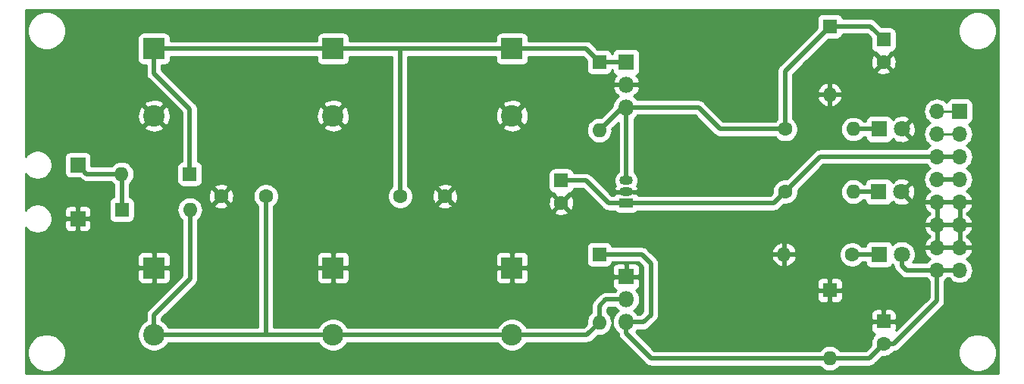
<source format=gbr>
G04 #@! TF.GenerationSoftware,KiCad,Pcbnew,(5.1.4-0-10_14)*
G04 #@! TF.CreationDate,2020-11-07T23:41:15-06:00*
G04 #@! TF.ProjectId,Eurorack_PSU,4575726f-7261-4636-9b5f-5053552e6b69,rev?*
G04 #@! TF.SameCoordinates,Original*
G04 #@! TF.FileFunction,Copper,L2,Bot*
G04 #@! TF.FilePolarity,Positive*
%FSLAX46Y46*%
G04 Gerber Fmt 4.6, Leading zero omitted, Abs format (unit mm)*
G04 Created by KiCad (PCBNEW (5.1.4-0-10_14)) date 2020-11-07 23:41:15*
%MOMM*%
%LPD*%
G04 APERTURE LIST*
%ADD10C,1.600000*%
%ADD11R,1.600000X1.600000*%
%ADD12R,1.500000X1.050000*%
%ADD13O,1.500000X1.050000*%
%ADD14O,1.800000X1.800000*%
%ADD15R,1.800000X1.800000*%
%ADD16O,1.600000X1.600000*%
%ADD17R,1.700000X1.700000*%
%ADD18C,1.800000*%
%ADD19C,2.400000*%
%ADD20R,2.400000X2.400000*%
%ADD21O,1.700000X1.700000*%
%ADD22C,0.500000*%
%ADD23C,0.250000*%
%ADD24C,0.254000*%
G04 APERTURE END LIST*
D10*
X159500000Y-108250000D03*
D11*
X159500000Y-105750000D03*
D10*
X195500000Y-124000000D03*
D11*
X195500000Y-121500000D03*
D10*
X195500000Y-92500000D03*
D11*
X195500000Y-90000000D03*
D12*
X166750000Y-108270000D03*
D13*
X166750000Y-105730000D03*
X166750000Y-107000000D03*
D14*
X166750000Y-121580000D03*
X166750000Y-119040000D03*
D15*
X166750000Y-116500000D03*
D14*
X166750000Y-97580000D03*
X166750000Y-95040000D03*
D15*
X166750000Y-92500000D03*
D16*
X192120000Y-107000000D03*
D10*
X184500000Y-107000000D03*
D16*
X184380000Y-114000000D03*
D10*
X192000000Y-114000000D03*
D16*
X192120000Y-100000000D03*
D10*
X184500000Y-100000000D03*
D17*
X105500000Y-110000000D03*
X105500000Y-104000000D03*
D18*
X197500000Y-107000000D03*
D15*
X194960000Y-107000000D03*
D18*
X197540000Y-114000000D03*
D15*
X195000000Y-114000000D03*
D18*
X197540000Y-100000000D03*
D15*
X195000000Y-100000000D03*
D16*
X189500000Y-125620000D03*
D11*
X189500000Y-118000000D03*
D16*
X189500000Y-96120000D03*
D11*
X189500000Y-88500000D03*
D16*
X163750000Y-121620000D03*
D11*
X163750000Y-114000000D03*
D16*
X163750000Y-100120000D03*
D11*
X163750000Y-92500000D03*
D16*
X118020000Y-109000000D03*
D11*
X110400000Y-109000000D03*
D16*
X110380000Y-105000000D03*
D11*
X118000000Y-105000000D03*
D10*
X126500000Y-107500000D03*
X121500000Y-107500000D03*
X146500000Y-107500000D03*
X141500000Y-107500000D03*
D19*
X154000000Y-123000000D03*
D20*
X154000000Y-115500000D03*
D19*
X154000000Y-98500000D03*
D20*
X154000000Y-91000000D03*
D19*
X134000000Y-123000000D03*
D20*
X134000000Y-115500000D03*
D19*
X134000000Y-98500000D03*
D20*
X134000000Y-91000000D03*
D19*
X114000000Y-123000000D03*
D20*
X114000000Y-115500000D03*
D19*
X114000000Y-98500000D03*
D20*
X114000000Y-91000000D03*
D21*
X201460000Y-115780000D03*
X204000000Y-115780000D03*
X201460000Y-113240000D03*
X204000000Y-113240000D03*
X201460000Y-110700000D03*
X204000000Y-110700000D03*
X201460000Y-108160000D03*
X204000000Y-108160000D03*
X201460000Y-105620000D03*
X204000000Y-105620000D03*
X201460000Y-103080000D03*
X204000000Y-103080000D03*
X201460000Y-100540000D03*
X204000000Y-100540000D03*
X201460000Y-98000000D03*
D17*
X204000000Y-98000000D03*
D22*
X118000000Y-105000000D02*
X118000000Y-97750000D01*
X114000000Y-93750000D02*
X114000000Y-91000000D01*
X118000000Y-97750000D02*
X114000000Y-93750000D01*
X114000000Y-91000000D02*
X134000000Y-91000000D01*
X134000000Y-91000000D02*
X135700000Y-91000000D01*
X162750000Y-91500000D02*
X163750000Y-92500000D01*
X162250000Y-91000000D02*
X162750000Y-91500000D01*
X154000000Y-91000000D02*
X162250000Y-91000000D01*
X163750000Y-92500000D02*
X166750000Y-92500000D01*
X141500000Y-107500000D02*
X141500000Y-91000000D01*
X141500000Y-91000000D02*
X154000000Y-91000000D01*
X135700000Y-91000000D02*
X141500000Y-91000000D01*
X114000000Y-123000000D02*
X114000000Y-120750000D01*
X118020000Y-116730000D02*
X118020000Y-109000000D01*
X114000000Y-120750000D02*
X118020000Y-116730000D01*
X134000000Y-123000000D02*
X154000000Y-123000000D01*
X162370000Y-123000000D02*
X163750000Y-121620000D01*
X154000000Y-123000000D02*
X162370000Y-123000000D01*
X166750000Y-119040000D02*
X166330000Y-119040000D01*
X163750000Y-121620000D02*
X163750000Y-119750000D01*
X164460000Y-119040000D02*
X166750000Y-119040000D01*
X163750000Y-119750000D02*
X164460000Y-119040000D01*
X126500000Y-122870000D02*
X126630000Y-123000000D01*
X126500000Y-107500000D02*
X126500000Y-122870000D01*
X126630000Y-123000000D02*
X134000000Y-123000000D01*
X114000000Y-123000000D02*
X126630000Y-123000000D01*
X201460000Y-103080000D02*
X204000000Y-103080000D01*
X166750000Y-108270000D02*
X164770000Y-108270000D01*
X162250000Y-105750000D02*
X159500000Y-105750000D01*
X164770000Y-108270000D02*
X162250000Y-105750000D01*
X183230000Y-108270000D02*
X184500000Y-107000000D01*
X166750000Y-108270000D02*
X183230000Y-108270000D01*
X188420000Y-103080000D02*
X201460000Y-103080000D01*
X184500000Y-107000000D02*
X188420000Y-103080000D01*
X166290000Y-97580000D02*
X163750000Y-100120000D01*
X166750000Y-97580000D02*
X166290000Y-97580000D01*
X201460000Y-105620000D02*
X204000000Y-105620000D01*
X166750000Y-97580000D02*
X166750000Y-105730000D01*
X174830000Y-97580000D02*
X166750000Y-97580000D01*
X177250000Y-100000000D02*
X174830000Y-97580000D01*
X184500000Y-100000000D02*
X177250000Y-100000000D01*
X184500000Y-93500000D02*
X184500000Y-100000000D01*
X189500000Y-88500000D02*
X184500000Y-93500000D01*
X194000000Y-88500000D02*
X189500000Y-88500000D01*
X195500000Y-90000000D02*
X194000000Y-88500000D01*
X201460000Y-115780000D02*
X204000000Y-115780000D01*
X169517208Y-125620000D02*
X189500000Y-125620000D01*
X166750000Y-122852792D02*
X169517208Y-125620000D01*
X166750000Y-121580000D02*
X166750000Y-122852792D01*
X193880000Y-125620000D02*
X195500000Y-124000000D01*
X189500000Y-125620000D02*
X193880000Y-125620000D01*
X201460000Y-116982081D02*
X201460000Y-115780000D01*
X201460000Y-119171370D02*
X201460000Y-116982081D01*
X196631370Y-124000000D02*
X201460000Y-119171370D01*
X195500000Y-124000000D02*
X196631370Y-124000000D01*
X200257919Y-115780000D02*
X201460000Y-115780000D01*
X198047208Y-115780000D02*
X200257919Y-115780000D01*
X197540000Y-115272792D02*
X198047208Y-115780000D01*
X197540000Y-114000000D02*
X197540000Y-115272792D01*
X169500000Y-120750000D02*
X168670000Y-121580000D01*
X169500000Y-115000000D02*
X169500000Y-120750000D01*
X168500000Y-114000000D02*
X169500000Y-115000000D01*
X168670000Y-121580000D02*
X166750000Y-121580000D01*
X163750000Y-114000000D02*
X168500000Y-114000000D01*
X106500000Y-105000000D02*
X105500000Y-104000000D01*
X110380000Y-105000000D02*
X106500000Y-105000000D01*
X110400000Y-105020000D02*
X110380000Y-105000000D01*
X110400000Y-109000000D02*
X110400000Y-105020000D01*
X192120000Y-100000000D02*
X195000000Y-100000000D01*
X192000000Y-114000000D02*
X195000000Y-114000000D01*
X192120000Y-107000000D02*
X194960000Y-107000000D01*
D23*
X202662081Y-100540000D02*
X204000000Y-100540000D01*
X201460000Y-100540000D02*
X202662081Y-100540000D01*
X201460000Y-98000000D02*
X204000000Y-98000000D01*
D24*
G36*
X208340001Y-127340000D02*
G01*
X99660000Y-127340000D01*
X99660000Y-124789721D01*
X99865000Y-124789721D01*
X99865000Y-125210279D01*
X99947047Y-125622756D01*
X100107988Y-126011302D01*
X100341637Y-126360983D01*
X100639017Y-126658363D01*
X100988698Y-126892012D01*
X101377244Y-127052953D01*
X101789721Y-127135000D01*
X102210279Y-127135000D01*
X102622756Y-127052953D01*
X103011302Y-126892012D01*
X103360983Y-126658363D01*
X103658363Y-126360983D01*
X103892012Y-126011302D01*
X104052953Y-125622756D01*
X104135000Y-125210279D01*
X104135000Y-124789721D01*
X104052953Y-124377244D01*
X103892012Y-123988698D01*
X103658363Y-123639017D01*
X103360983Y-123341637D01*
X103011302Y-123107988D01*
X102622756Y-122947047D01*
X102210279Y-122865000D01*
X101789721Y-122865000D01*
X101377244Y-122947047D01*
X100988698Y-123107988D01*
X100639017Y-123341637D01*
X100341637Y-123639017D01*
X100107988Y-123988698D01*
X99947047Y-124377244D01*
X99865000Y-124789721D01*
X99660000Y-124789721D01*
X99660000Y-122819268D01*
X112165000Y-122819268D01*
X112165000Y-123180732D01*
X112235518Y-123535250D01*
X112373844Y-123869199D01*
X112574662Y-124169744D01*
X112830256Y-124425338D01*
X113130801Y-124626156D01*
X113464750Y-124764482D01*
X113819268Y-124835000D01*
X114180732Y-124835000D01*
X114535250Y-124764482D01*
X114869199Y-124626156D01*
X115169744Y-124425338D01*
X115425338Y-124169744D01*
X115615598Y-123885000D01*
X126586531Y-123885000D01*
X126630000Y-123889281D01*
X126673469Y-123885000D01*
X132384402Y-123885000D01*
X132574662Y-124169744D01*
X132830256Y-124425338D01*
X133130801Y-124626156D01*
X133464750Y-124764482D01*
X133819268Y-124835000D01*
X134180732Y-124835000D01*
X134535250Y-124764482D01*
X134869199Y-124626156D01*
X135169744Y-124425338D01*
X135425338Y-124169744D01*
X135615598Y-123885000D01*
X152384402Y-123885000D01*
X152574662Y-124169744D01*
X152830256Y-124425338D01*
X153130801Y-124626156D01*
X153464750Y-124764482D01*
X153819268Y-124835000D01*
X154180732Y-124835000D01*
X154535250Y-124764482D01*
X154869199Y-124626156D01*
X155169744Y-124425338D01*
X155425338Y-124169744D01*
X155615598Y-123885000D01*
X162326531Y-123885000D01*
X162370000Y-123889281D01*
X162413469Y-123885000D01*
X162413477Y-123885000D01*
X162543490Y-123872195D01*
X162710313Y-123821589D01*
X162864059Y-123739411D01*
X162998817Y-123628817D01*
X163026534Y-123595044D01*
X163576704Y-123044875D01*
X163679508Y-123055000D01*
X163820492Y-123055000D01*
X164031309Y-123034236D01*
X164301808Y-122952182D01*
X164551101Y-122818932D01*
X164769608Y-122639608D01*
X164948932Y-122421101D01*
X165082182Y-122171808D01*
X165164236Y-121901309D01*
X165191943Y-121620000D01*
X165164236Y-121338691D01*
X165082182Y-121068192D01*
X164948932Y-120818899D01*
X164769608Y-120600392D01*
X164635000Y-120489922D01*
X164635000Y-120116578D01*
X164826579Y-119925000D01*
X165490558Y-119925000D01*
X165659339Y-120130661D01*
X165877865Y-120310000D01*
X165659339Y-120489339D01*
X165467519Y-120723073D01*
X165324983Y-120989739D01*
X165237210Y-121279087D01*
X165207573Y-121580000D01*
X165237210Y-121880913D01*
X165324983Y-122170261D01*
X165467519Y-122436927D01*
X165659339Y-122670661D01*
X165862256Y-122837190D01*
X165860719Y-122852792D01*
X165877805Y-123026282D01*
X165928412Y-123193105D01*
X166010590Y-123346851D01*
X166093468Y-123447838D01*
X166093471Y-123447841D01*
X166121184Y-123481609D01*
X166154951Y-123509321D01*
X168860678Y-126215049D01*
X168888391Y-126248817D01*
X168922159Y-126276530D01*
X168922161Y-126276532D01*
X168993660Y-126335210D01*
X169023149Y-126359411D01*
X169176895Y-126441589D01*
X169343718Y-126492195D01*
X169473731Y-126505000D01*
X169473741Y-126505000D01*
X169517207Y-126509281D01*
X169560674Y-126505000D01*
X188369922Y-126505000D01*
X188480392Y-126639608D01*
X188698899Y-126818932D01*
X188948192Y-126952182D01*
X189218691Y-127034236D01*
X189429508Y-127055000D01*
X189570492Y-127055000D01*
X189781309Y-127034236D01*
X190051808Y-126952182D01*
X190301101Y-126818932D01*
X190519608Y-126639608D01*
X190630078Y-126505000D01*
X193836531Y-126505000D01*
X193880000Y-126509281D01*
X193923469Y-126505000D01*
X193923477Y-126505000D01*
X194053490Y-126492195D01*
X194220313Y-126441589D01*
X194374059Y-126359411D01*
X194508817Y-126248817D01*
X194536534Y-126215044D01*
X195323561Y-125428017D01*
X195358665Y-125435000D01*
X195641335Y-125435000D01*
X195918574Y-125379853D01*
X196179727Y-125271680D01*
X196414759Y-125114637D01*
X196614637Y-124914759D01*
X196631681Y-124889250D01*
X196674839Y-124885000D01*
X196674847Y-124885000D01*
X196804860Y-124872195D01*
X196971683Y-124821589D01*
X197031304Y-124789721D01*
X203865000Y-124789721D01*
X203865000Y-125210279D01*
X203947047Y-125622756D01*
X204107988Y-126011302D01*
X204341637Y-126360983D01*
X204639017Y-126658363D01*
X204988698Y-126892012D01*
X205377244Y-127052953D01*
X205789721Y-127135000D01*
X206210279Y-127135000D01*
X206622756Y-127052953D01*
X207011302Y-126892012D01*
X207360983Y-126658363D01*
X207658363Y-126360983D01*
X207892012Y-126011302D01*
X208052953Y-125622756D01*
X208135000Y-125210279D01*
X208135000Y-124789721D01*
X208052953Y-124377244D01*
X207892012Y-123988698D01*
X207658363Y-123639017D01*
X207360983Y-123341637D01*
X207011302Y-123107988D01*
X206622756Y-122947047D01*
X206210279Y-122865000D01*
X205789721Y-122865000D01*
X205377244Y-122947047D01*
X204988698Y-123107988D01*
X204639017Y-123341637D01*
X204341637Y-123639017D01*
X204107988Y-123988698D01*
X203947047Y-124377244D01*
X203865000Y-124789721D01*
X197031304Y-124789721D01*
X197125429Y-124739411D01*
X197260187Y-124628817D01*
X197287904Y-124595044D01*
X202055051Y-119827898D01*
X202088817Y-119800187D01*
X202199411Y-119665429D01*
X202281589Y-119511683D01*
X202332195Y-119344860D01*
X202345000Y-119214847D01*
X202345000Y-119214837D01*
X202349281Y-119171371D01*
X202345000Y-119127904D01*
X202345000Y-116974759D01*
X202515134Y-116835134D01*
X202654759Y-116665000D01*
X202805241Y-116665000D01*
X202944866Y-116835134D01*
X203170986Y-117020706D01*
X203428966Y-117158599D01*
X203708889Y-117243513D01*
X203927050Y-117265000D01*
X204072950Y-117265000D01*
X204291111Y-117243513D01*
X204571034Y-117158599D01*
X204829014Y-117020706D01*
X205055134Y-116835134D01*
X205240706Y-116609014D01*
X205378599Y-116351034D01*
X205463513Y-116071111D01*
X205492185Y-115780000D01*
X205463513Y-115488889D01*
X205378599Y-115208966D01*
X205240706Y-114950986D01*
X205055134Y-114724866D01*
X204829014Y-114539294D01*
X204764477Y-114504799D01*
X204881355Y-114435178D01*
X205097588Y-114240269D01*
X205271641Y-114006920D01*
X205396825Y-113744099D01*
X205441476Y-113596890D01*
X205320155Y-113367000D01*
X204127000Y-113367000D01*
X204127000Y-113387000D01*
X203873000Y-113387000D01*
X203873000Y-113367000D01*
X201587000Y-113367000D01*
X201587000Y-113387000D01*
X201333000Y-113387000D01*
X201333000Y-113367000D01*
X200139845Y-113367000D01*
X200018524Y-113596890D01*
X200063175Y-113744099D01*
X200188359Y-114006920D01*
X200362412Y-114240269D01*
X200578645Y-114435178D01*
X200695523Y-114504799D01*
X200630986Y-114539294D01*
X200404866Y-114724866D01*
X200265241Y-114895000D01*
X198788108Y-114895000D01*
X198900299Y-114727095D01*
X199016011Y-114447743D01*
X199075000Y-114151184D01*
X199075000Y-113848816D01*
X199016011Y-113552257D01*
X198900299Y-113272905D01*
X198732312Y-113021495D01*
X198518505Y-112807688D01*
X198267095Y-112639701D01*
X197987743Y-112523989D01*
X197691184Y-112465000D01*
X197388816Y-112465000D01*
X197092257Y-112523989D01*
X196812905Y-112639701D01*
X196561495Y-112807688D01*
X196495056Y-112874127D01*
X196489502Y-112855820D01*
X196430537Y-112745506D01*
X196351185Y-112648815D01*
X196254494Y-112569463D01*
X196144180Y-112510498D01*
X196024482Y-112474188D01*
X195900000Y-112461928D01*
X194100000Y-112461928D01*
X193975518Y-112474188D01*
X193855820Y-112510498D01*
X193745506Y-112569463D01*
X193648815Y-112648815D01*
X193569463Y-112745506D01*
X193510498Y-112855820D01*
X193474188Y-112975518D01*
X193461928Y-113100000D01*
X193461928Y-113115000D01*
X193134521Y-113115000D01*
X193114637Y-113085241D01*
X192914759Y-112885363D01*
X192679727Y-112728320D01*
X192418574Y-112620147D01*
X192141335Y-112565000D01*
X191858665Y-112565000D01*
X191581426Y-112620147D01*
X191320273Y-112728320D01*
X191085241Y-112885363D01*
X190885363Y-113085241D01*
X190728320Y-113320273D01*
X190620147Y-113581426D01*
X190565000Y-113858665D01*
X190565000Y-114141335D01*
X190620147Y-114418574D01*
X190728320Y-114679727D01*
X190885363Y-114914759D01*
X191085241Y-115114637D01*
X191320273Y-115271680D01*
X191581426Y-115379853D01*
X191858665Y-115435000D01*
X192141335Y-115435000D01*
X192418574Y-115379853D01*
X192679727Y-115271680D01*
X192914759Y-115114637D01*
X193114637Y-114914759D01*
X193134521Y-114885000D01*
X193461928Y-114885000D01*
X193461928Y-114900000D01*
X193474188Y-115024482D01*
X193510498Y-115144180D01*
X193569463Y-115254494D01*
X193648815Y-115351185D01*
X193745506Y-115430537D01*
X193855820Y-115489502D01*
X193975518Y-115525812D01*
X194100000Y-115538072D01*
X195900000Y-115538072D01*
X196024482Y-115525812D01*
X196144180Y-115489502D01*
X196254494Y-115430537D01*
X196351185Y-115351185D01*
X196430537Y-115254494D01*
X196489502Y-115144180D01*
X196495056Y-115125873D01*
X196561495Y-115192312D01*
X196652647Y-115253218D01*
X196650719Y-115272792D01*
X196667805Y-115446282D01*
X196718412Y-115613105D01*
X196800590Y-115766851D01*
X196883468Y-115867838D01*
X196883471Y-115867841D01*
X196911184Y-115901609D01*
X196944952Y-115929322D01*
X197390674Y-116375044D01*
X197418391Y-116408817D01*
X197553149Y-116519411D01*
X197706895Y-116601589D01*
X197873718Y-116652195D01*
X198003731Y-116665000D01*
X198003741Y-116665000D01*
X198047207Y-116669281D01*
X198090673Y-116665000D01*
X200265241Y-116665000D01*
X200404866Y-116835134D01*
X200575000Y-116974759D01*
X200575000Y-117025557D01*
X200575001Y-117025567D01*
X200575000Y-118804791D01*
X196912968Y-122466824D01*
X196925812Y-122424482D01*
X196938072Y-122300000D01*
X196935000Y-121785750D01*
X196776250Y-121627000D01*
X195627000Y-121627000D01*
X195627000Y-121647000D01*
X195373000Y-121647000D01*
X195373000Y-121627000D01*
X194223750Y-121627000D01*
X194065000Y-121785750D01*
X194061928Y-122300000D01*
X194074188Y-122424482D01*
X194110498Y-122544180D01*
X194169463Y-122654494D01*
X194248815Y-122751185D01*
X194345506Y-122830537D01*
X194455820Y-122889502D01*
X194551943Y-122918661D01*
X194385363Y-123085241D01*
X194228320Y-123320273D01*
X194120147Y-123581426D01*
X194065000Y-123858665D01*
X194065000Y-124141335D01*
X194071983Y-124176439D01*
X193513422Y-124735000D01*
X190630078Y-124735000D01*
X190519608Y-124600392D01*
X190301101Y-124421068D01*
X190051808Y-124287818D01*
X189781309Y-124205764D01*
X189570492Y-124185000D01*
X189429508Y-124185000D01*
X189218691Y-124205764D01*
X188948192Y-124287818D01*
X188698899Y-124421068D01*
X188480392Y-124600392D01*
X188369922Y-124735000D01*
X169883787Y-124735000D01*
X167829009Y-122680223D01*
X167840661Y-122670661D01*
X168009442Y-122465000D01*
X168626531Y-122465000D01*
X168670000Y-122469281D01*
X168713469Y-122465000D01*
X168713477Y-122465000D01*
X168843490Y-122452195D01*
X169010313Y-122401589D01*
X169164059Y-122319411D01*
X169298817Y-122208817D01*
X169326534Y-122175044D01*
X170095049Y-121406530D01*
X170128817Y-121378817D01*
X170239411Y-121244059D01*
X170321589Y-121090313D01*
X170372195Y-120923490D01*
X170385000Y-120793477D01*
X170385000Y-120793467D01*
X170389281Y-120750001D01*
X170385000Y-120706535D01*
X170385000Y-120700000D01*
X194061928Y-120700000D01*
X194065000Y-121214250D01*
X194223750Y-121373000D01*
X195373000Y-121373000D01*
X195373000Y-120223750D01*
X195627000Y-120223750D01*
X195627000Y-121373000D01*
X196776250Y-121373000D01*
X196935000Y-121214250D01*
X196938072Y-120700000D01*
X196925812Y-120575518D01*
X196889502Y-120455820D01*
X196830537Y-120345506D01*
X196751185Y-120248815D01*
X196654494Y-120169463D01*
X196544180Y-120110498D01*
X196424482Y-120074188D01*
X196300000Y-120061928D01*
X195785750Y-120065000D01*
X195627000Y-120223750D01*
X195373000Y-120223750D01*
X195214250Y-120065000D01*
X194700000Y-120061928D01*
X194575518Y-120074188D01*
X194455820Y-120110498D01*
X194345506Y-120169463D01*
X194248815Y-120248815D01*
X194169463Y-120345506D01*
X194110498Y-120455820D01*
X194074188Y-120575518D01*
X194061928Y-120700000D01*
X170385000Y-120700000D01*
X170385000Y-118800000D01*
X188061928Y-118800000D01*
X188074188Y-118924482D01*
X188110498Y-119044180D01*
X188169463Y-119154494D01*
X188248815Y-119251185D01*
X188345506Y-119330537D01*
X188455820Y-119389502D01*
X188575518Y-119425812D01*
X188700000Y-119438072D01*
X189214250Y-119435000D01*
X189373000Y-119276250D01*
X189373000Y-118127000D01*
X189627000Y-118127000D01*
X189627000Y-119276250D01*
X189785750Y-119435000D01*
X190300000Y-119438072D01*
X190424482Y-119425812D01*
X190544180Y-119389502D01*
X190654494Y-119330537D01*
X190751185Y-119251185D01*
X190830537Y-119154494D01*
X190889502Y-119044180D01*
X190925812Y-118924482D01*
X190938072Y-118800000D01*
X190935000Y-118285750D01*
X190776250Y-118127000D01*
X189627000Y-118127000D01*
X189373000Y-118127000D01*
X188223750Y-118127000D01*
X188065000Y-118285750D01*
X188061928Y-118800000D01*
X170385000Y-118800000D01*
X170385000Y-117200000D01*
X188061928Y-117200000D01*
X188065000Y-117714250D01*
X188223750Y-117873000D01*
X189373000Y-117873000D01*
X189373000Y-116723750D01*
X189627000Y-116723750D01*
X189627000Y-117873000D01*
X190776250Y-117873000D01*
X190935000Y-117714250D01*
X190938072Y-117200000D01*
X190925812Y-117075518D01*
X190889502Y-116955820D01*
X190830537Y-116845506D01*
X190751185Y-116748815D01*
X190654494Y-116669463D01*
X190544180Y-116610498D01*
X190424482Y-116574188D01*
X190300000Y-116561928D01*
X189785750Y-116565000D01*
X189627000Y-116723750D01*
X189373000Y-116723750D01*
X189214250Y-116565000D01*
X188700000Y-116561928D01*
X188575518Y-116574188D01*
X188455820Y-116610498D01*
X188345506Y-116669463D01*
X188248815Y-116748815D01*
X188169463Y-116845506D01*
X188110498Y-116955820D01*
X188074188Y-117075518D01*
X188061928Y-117200000D01*
X170385000Y-117200000D01*
X170385000Y-115043469D01*
X170389281Y-115000000D01*
X170385000Y-114956531D01*
X170385000Y-114956523D01*
X170372195Y-114826510D01*
X170357702Y-114778733D01*
X170321589Y-114659686D01*
X170239411Y-114505941D01*
X170156532Y-114404953D01*
X170156530Y-114404951D01*
X170128817Y-114371183D01*
X170101835Y-114349039D01*
X182988096Y-114349039D01*
X183028754Y-114483087D01*
X183148963Y-114737420D01*
X183316481Y-114963414D01*
X183524869Y-115152385D01*
X183766119Y-115297070D01*
X184030960Y-115391909D01*
X184253000Y-115270624D01*
X184253000Y-114127000D01*
X184507000Y-114127000D01*
X184507000Y-115270624D01*
X184729040Y-115391909D01*
X184993881Y-115297070D01*
X185235131Y-115152385D01*
X185443519Y-114963414D01*
X185611037Y-114737420D01*
X185731246Y-114483087D01*
X185771904Y-114349039D01*
X185649915Y-114127000D01*
X184507000Y-114127000D01*
X184253000Y-114127000D01*
X183110085Y-114127000D01*
X182988096Y-114349039D01*
X170101835Y-114349039D01*
X170095050Y-114343471D01*
X169402540Y-113650961D01*
X182988096Y-113650961D01*
X183110085Y-113873000D01*
X184253000Y-113873000D01*
X184253000Y-112729376D01*
X184507000Y-112729376D01*
X184507000Y-113873000D01*
X185649915Y-113873000D01*
X185771904Y-113650961D01*
X185731246Y-113516913D01*
X185611037Y-113262580D01*
X185443519Y-113036586D01*
X185235131Y-112847615D01*
X184993881Y-112702930D01*
X184729040Y-112608091D01*
X184507000Y-112729376D01*
X184253000Y-112729376D01*
X184030960Y-112608091D01*
X183766119Y-112702930D01*
X183524869Y-112847615D01*
X183316481Y-113036586D01*
X183148963Y-113262580D01*
X183028754Y-113516913D01*
X182988096Y-113650961D01*
X169402540Y-113650961D01*
X169156534Y-113404956D01*
X169128817Y-113371183D01*
X168994059Y-113260589D01*
X168840313Y-113178411D01*
X168673490Y-113127805D01*
X168543477Y-113115000D01*
X168543469Y-113115000D01*
X168500000Y-113110719D01*
X168456531Y-113115000D01*
X165179701Y-113115000D01*
X165175812Y-113075518D01*
X165139502Y-112955820D01*
X165080537Y-112845506D01*
X165001185Y-112748815D01*
X164904494Y-112669463D01*
X164794180Y-112610498D01*
X164674482Y-112574188D01*
X164550000Y-112561928D01*
X162950000Y-112561928D01*
X162825518Y-112574188D01*
X162705820Y-112610498D01*
X162595506Y-112669463D01*
X162498815Y-112748815D01*
X162419463Y-112845506D01*
X162360498Y-112955820D01*
X162324188Y-113075518D01*
X162311928Y-113200000D01*
X162311928Y-114800000D01*
X162324188Y-114924482D01*
X162360498Y-115044180D01*
X162419463Y-115154494D01*
X162498815Y-115251185D01*
X162595506Y-115330537D01*
X162705820Y-115389502D01*
X162825518Y-115425812D01*
X162950000Y-115438072D01*
X164550000Y-115438072D01*
X164674482Y-115425812D01*
X164794180Y-115389502D01*
X164904494Y-115330537D01*
X165001185Y-115251185D01*
X165080537Y-115154494D01*
X165139502Y-115044180D01*
X165175812Y-114924482D01*
X165179701Y-114885000D01*
X168133422Y-114885000D01*
X168615000Y-115366579D01*
X168615001Y-120383420D01*
X168303422Y-120695000D01*
X168009442Y-120695000D01*
X167840661Y-120489339D01*
X167622135Y-120310000D01*
X167840661Y-120130661D01*
X168032481Y-119896927D01*
X168175017Y-119630261D01*
X168262790Y-119340913D01*
X168292427Y-119040000D01*
X168262790Y-118739087D01*
X168175017Y-118449739D01*
X168032481Y-118183073D01*
X167877720Y-117994495D01*
X167894180Y-117989502D01*
X168004494Y-117930537D01*
X168101185Y-117851185D01*
X168180537Y-117754494D01*
X168239502Y-117644180D01*
X168275812Y-117524482D01*
X168288072Y-117400000D01*
X168285000Y-116785750D01*
X168126250Y-116627000D01*
X166877000Y-116627000D01*
X166877000Y-116647000D01*
X166623000Y-116647000D01*
X166623000Y-116627000D01*
X165373750Y-116627000D01*
X165215000Y-116785750D01*
X165211928Y-117400000D01*
X165224188Y-117524482D01*
X165260498Y-117644180D01*
X165319463Y-117754494D01*
X165398815Y-117851185D01*
X165495506Y-117930537D01*
X165605820Y-117989502D01*
X165622280Y-117994495D01*
X165490558Y-118155000D01*
X164503469Y-118155000D01*
X164460000Y-118150719D01*
X164416531Y-118155000D01*
X164416523Y-118155000D01*
X164286510Y-118167805D01*
X164119686Y-118218411D01*
X163965941Y-118300589D01*
X163864953Y-118383468D01*
X163864951Y-118383470D01*
X163831183Y-118411183D01*
X163803470Y-118444951D01*
X163154951Y-119093471D01*
X163121184Y-119121183D01*
X163093471Y-119154951D01*
X163093468Y-119154954D01*
X163010590Y-119255941D01*
X162928412Y-119409687D01*
X162877805Y-119576510D01*
X162860719Y-119750000D01*
X162865001Y-119793479D01*
X162865001Y-120489922D01*
X162730392Y-120600392D01*
X162551068Y-120818899D01*
X162417818Y-121068192D01*
X162335764Y-121338691D01*
X162308057Y-121620000D01*
X162325125Y-121793296D01*
X162003422Y-122115000D01*
X155615598Y-122115000D01*
X155425338Y-121830256D01*
X155169744Y-121574662D01*
X154869199Y-121373844D01*
X154535250Y-121235518D01*
X154180732Y-121165000D01*
X153819268Y-121165000D01*
X153464750Y-121235518D01*
X153130801Y-121373844D01*
X152830256Y-121574662D01*
X152574662Y-121830256D01*
X152384402Y-122115000D01*
X135615598Y-122115000D01*
X135425338Y-121830256D01*
X135169744Y-121574662D01*
X134869199Y-121373844D01*
X134535250Y-121235518D01*
X134180732Y-121165000D01*
X133819268Y-121165000D01*
X133464750Y-121235518D01*
X133130801Y-121373844D01*
X132830256Y-121574662D01*
X132574662Y-121830256D01*
X132384402Y-122115000D01*
X127385000Y-122115000D01*
X127385000Y-116700000D01*
X132161928Y-116700000D01*
X132174188Y-116824482D01*
X132210498Y-116944180D01*
X132269463Y-117054494D01*
X132348815Y-117151185D01*
X132445506Y-117230537D01*
X132555820Y-117289502D01*
X132675518Y-117325812D01*
X132800000Y-117338072D01*
X133714250Y-117335000D01*
X133873000Y-117176250D01*
X133873000Y-115627000D01*
X134127000Y-115627000D01*
X134127000Y-117176250D01*
X134285750Y-117335000D01*
X135200000Y-117338072D01*
X135324482Y-117325812D01*
X135444180Y-117289502D01*
X135554494Y-117230537D01*
X135651185Y-117151185D01*
X135730537Y-117054494D01*
X135789502Y-116944180D01*
X135825812Y-116824482D01*
X135838072Y-116700000D01*
X152161928Y-116700000D01*
X152174188Y-116824482D01*
X152210498Y-116944180D01*
X152269463Y-117054494D01*
X152348815Y-117151185D01*
X152445506Y-117230537D01*
X152555820Y-117289502D01*
X152675518Y-117325812D01*
X152800000Y-117338072D01*
X153714250Y-117335000D01*
X153873000Y-117176250D01*
X153873000Y-115627000D01*
X154127000Y-115627000D01*
X154127000Y-117176250D01*
X154285750Y-117335000D01*
X155200000Y-117338072D01*
X155324482Y-117325812D01*
X155444180Y-117289502D01*
X155554494Y-117230537D01*
X155651185Y-117151185D01*
X155730537Y-117054494D01*
X155789502Y-116944180D01*
X155825812Y-116824482D01*
X155838072Y-116700000D01*
X155835000Y-115785750D01*
X155676250Y-115627000D01*
X154127000Y-115627000D01*
X153873000Y-115627000D01*
X152323750Y-115627000D01*
X152165000Y-115785750D01*
X152161928Y-116700000D01*
X135838072Y-116700000D01*
X135835000Y-115785750D01*
X135676250Y-115627000D01*
X134127000Y-115627000D01*
X133873000Y-115627000D01*
X132323750Y-115627000D01*
X132165000Y-115785750D01*
X132161928Y-116700000D01*
X127385000Y-116700000D01*
X127385000Y-115600000D01*
X165211928Y-115600000D01*
X165215000Y-116214250D01*
X165373750Y-116373000D01*
X166623000Y-116373000D01*
X166623000Y-115123750D01*
X166877000Y-115123750D01*
X166877000Y-116373000D01*
X168126250Y-116373000D01*
X168285000Y-116214250D01*
X168288072Y-115600000D01*
X168275812Y-115475518D01*
X168239502Y-115355820D01*
X168180537Y-115245506D01*
X168101185Y-115148815D01*
X168004494Y-115069463D01*
X167894180Y-115010498D01*
X167774482Y-114974188D01*
X167650000Y-114961928D01*
X167035750Y-114965000D01*
X166877000Y-115123750D01*
X166623000Y-115123750D01*
X166464250Y-114965000D01*
X165850000Y-114961928D01*
X165725518Y-114974188D01*
X165605820Y-115010498D01*
X165495506Y-115069463D01*
X165398815Y-115148815D01*
X165319463Y-115245506D01*
X165260498Y-115355820D01*
X165224188Y-115475518D01*
X165211928Y-115600000D01*
X127385000Y-115600000D01*
X127385000Y-114300000D01*
X132161928Y-114300000D01*
X132165000Y-115214250D01*
X132323750Y-115373000D01*
X133873000Y-115373000D01*
X133873000Y-113823750D01*
X134127000Y-113823750D01*
X134127000Y-115373000D01*
X135676250Y-115373000D01*
X135835000Y-115214250D01*
X135838072Y-114300000D01*
X152161928Y-114300000D01*
X152165000Y-115214250D01*
X152323750Y-115373000D01*
X153873000Y-115373000D01*
X153873000Y-113823750D01*
X154127000Y-113823750D01*
X154127000Y-115373000D01*
X155676250Y-115373000D01*
X155835000Y-115214250D01*
X155838072Y-114300000D01*
X155825812Y-114175518D01*
X155789502Y-114055820D01*
X155730537Y-113945506D01*
X155651185Y-113848815D01*
X155554494Y-113769463D01*
X155444180Y-113710498D01*
X155324482Y-113674188D01*
X155200000Y-113661928D01*
X154285750Y-113665000D01*
X154127000Y-113823750D01*
X153873000Y-113823750D01*
X153714250Y-113665000D01*
X152800000Y-113661928D01*
X152675518Y-113674188D01*
X152555820Y-113710498D01*
X152445506Y-113769463D01*
X152348815Y-113848815D01*
X152269463Y-113945506D01*
X152210498Y-114055820D01*
X152174188Y-114175518D01*
X152161928Y-114300000D01*
X135838072Y-114300000D01*
X135825812Y-114175518D01*
X135789502Y-114055820D01*
X135730537Y-113945506D01*
X135651185Y-113848815D01*
X135554494Y-113769463D01*
X135444180Y-113710498D01*
X135324482Y-113674188D01*
X135200000Y-113661928D01*
X134285750Y-113665000D01*
X134127000Y-113823750D01*
X133873000Y-113823750D01*
X133714250Y-113665000D01*
X132800000Y-113661928D01*
X132675518Y-113674188D01*
X132555820Y-113710498D01*
X132445506Y-113769463D01*
X132348815Y-113848815D01*
X132269463Y-113945506D01*
X132210498Y-114055820D01*
X132174188Y-114175518D01*
X132161928Y-114300000D01*
X127385000Y-114300000D01*
X127385000Y-111056890D01*
X200018524Y-111056890D01*
X200063175Y-111204099D01*
X200188359Y-111466920D01*
X200362412Y-111700269D01*
X200578645Y-111895178D01*
X200704255Y-111970000D01*
X200578645Y-112044822D01*
X200362412Y-112239731D01*
X200188359Y-112473080D01*
X200063175Y-112735901D01*
X200018524Y-112883110D01*
X200139845Y-113113000D01*
X201333000Y-113113000D01*
X201333000Y-110827000D01*
X201587000Y-110827000D01*
X201587000Y-113113000D01*
X203873000Y-113113000D01*
X203873000Y-110827000D01*
X204127000Y-110827000D01*
X204127000Y-113113000D01*
X205320155Y-113113000D01*
X205441476Y-112883110D01*
X205396825Y-112735901D01*
X205271641Y-112473080D01*
X205097588Y-112239731D01*
X204881355Y-112044822D01*
X204755745Y-111970000D01*
X204881355Y-111895178D01*
X205097588Y-111700269D01*
X205271641Y-111466920D01*
X205396825Y-111204099D01*
X205441476Y-111056890D01*
X205320155Y-110827000D01*
X204127000Y-110827000D01*
X203873000Y-110827000D01*
X201587000Y-110827000D01*
X201333000Y-110827000D01*
X200139845Y-110827000D01*
X200018524Y-111056890D01*
X127385000Y-111056890D01*
X127385000Y-109242702D01*
X158686903Y-109242702D01*
X158758486Y-109486671D01*
X159013996Y-109607571D01*
X159288184Y-109676300D01*
X159570512Y-109690217D01*
X159850130Y-109648787D01*
X160116292Y-109553603D01*
X160241514Y-109486671D01*
X160313097Y-109242702D01*
X159500000Y-108429605D01*
X158686903Y-109242702D01*
X127385000Y-109242702D01*
X127385000Y-108634521D01*
X127414759Y-108614637D01*
X127614637Y-108414759D01*
X127771680Y-108179727D01*
X127879853Y-107918574D01*
X127935000Y-107641335D01*
X127935000Y-107358665D01*
X127879853Y-107081426D01*
X127771680Y-106820273D01*
X127614637Y-106585241D01*
X127414759Y-106385363D01*
X127179727Y-106228320D01*
X126918574Y-106120147D01*
X126641335Y-106065000D01*
X126358665Y-106065000D01*
X126081426Y-106120147D01*
X125820273Y-106228320D01*
X125585241Y-106385363D01*
X125385363Y-106585241D01*
X125228320Y-106820273D01*
X125120147Y-107081426D01*
X125065000Y-107358665D01*
X125065000Y-107641335D01*
X125120147Y-107918574D01*
X125228320Y-108179727D01*
X125385363Y-108414759D01*
X125585241Y-108614637D01*
X125615000Y-108634521D01*
X125615001Y-122115000D01*
X115615598Y-122115000D01*
X115425338Y-121830256D01*
X115169744Y-121574662D01*
X114885000Y-121384402D01*
X114885000Y-121116578D01*
X118615050Y-117386528D01*
X118648817Y-117358817D01*
X118759411Y-117224059D01*
X118838807Y-117075518D01*
X118841589Y-117070314D01*
X118892195Y-116903490D01*
X118892195Y-116903489D01*
X118905000Y-116773477D01*
X118905000Y-116773469D01*
X118909281Y-116730000D01*
X118905000Y-116686531D01*
X118905000Y-110130078D01*
X119039608Y-110019608D01*
X119218932Y-109801101D01*
X119352182Y-109551808D01*
X119434236Y-109281309D01*
X119461943Y-109000000D01*
X119434236Y-108718691D01*
X119365684Y-108492702D01*
X120686903Y-108492702D01*
X120758486Y-108736671D01*
X121013996Y-108857571D01*
X121288184Y-108926300D01*
X121570512Y-108940217D01*
X121850130Y-108898787D01*
X122116292Y-108803603D01*
X122241514Y-108736671D01*
X122313097Y-108492702D01*
X121500000Y-107679605D01*
X120686903Y-108492702D01*
X119365684Y-108492702D01*
X119352182Y-108448192D01*
X119218932Y-108198899D01*
X119039608Y-107980392D01*
X118821101Y-107801068D01*
X118571808Y-107667818D01*
X118301309Y-107585764D01*
X118146456Y-107570512D01*
X120059783Y-107570512D01*
X120101213Y-107850130D01*
X120196397Y-108116292D01*
X120263329Y-108241514D01*
X120507298Y-108313097D01*
X121320395Y-107500000D01*
X121679605Y-107500000D01*
X122492702Y-108313097D01*
X122736671Y-108241514D01*
X122857571Y-107986004D01*
X122926300Y-107711816D01*
X122940217Y-107429488D01*
X122898787Y-107149870D01*
X122803603Y-106883708D01*
X122736671Y-106758486D01*
X122492702Y-106686903D01*
X121679605Y-107500000D01*
X121320395Y-107500000D01*
X120507298Y-106686903D01*
X120263329Y-106758486D01*
X120142429Y-107013996D01*
X120073700Y-107288184D01*
X120059783Y-107570512D01*
X118146456Y-107570512D01*
X118090492Y-107565000D01*
X117949508Y-107565000D01*
X117738691Y-107585764D01*
X117468192Y-107667818D01*
X117218899Y-107801068D01*
X117000392Y-107980392D01*
X116821068Y-108198899D01*
X116687818Y-108448192D01*
X116605764Y-108718691D01*
X116578057Y-109000000D01*
X116605764Y-109281309D01*
X116687818Y-109551808D01*
X116821068Y-109801101D01*
X117000392Y-110019608D01*
X117135001Y-110130079D01*
X117135000Y-116363421D01*
X113404951Y-120093470D01*
X113371184Y-120121183D01*
X113343471Y-120154951D01*
X113343468Y-120154954D01*
X113260590Y-120255941D01*
X113178412Y-120409687D01*
X113127805Y-120576510D01*
X113110719Y-120750000D01*
X113115001Y-120793477D01*
X113115001Y-121384401D01*
X112830256Y-121574662D01*
X112574662Y-121830256D01*
X112373844Y-122130801D01*
X112235518Y-122464750D01*
X112165000Y-122819268D01*
X99660000Y-122819268D01*
X99660000Y-116700000D01*
X112161928Y-116700000D01*
X112174188Y-116824482D01*
X112210498Y-116944180D01*
X112269463Y-117054494D01*
X112348815Y-117151185D01*
X112445506Y-117230537D01*
X112555820Y-117289502D01*
X112675518Y-117325812D01*
X112800000Y-117338072D01*
X113714250Y-117335000D01*
X113873000Y-117176250D01*
X113873000Y-115627000D01*
X114127000Y-115627000D01*
X114127000Y-117176250D01*
X114285750Y-117335000D01*
X115200000Y-117338072D01*
X115324482Y-117325812D01*
X115444180Y-117289502D01*
X115554494Y-117230537D01*
X115651185Y-117151185D01*
X115730537Y-117054494D01*
X115789502Y-116944180D01*
X115825812Y-116824482D01*
X115838072Y-116700000D01*
X115835000Y-115785750D01*
X115676250Y-115627000D01*
X114127000Y-115627000D01*
X113873000Y-115627000D01*
X112323750Y-115627000D01*
X112165000Y-115785750D01*
X112161928Y-116700000D01*
X99660000Y-116700000D01*
X99660000Y-114300000D01*
X112161928Y-114300000D01*
X112165000Y-115214250D01*
X112323750Y-115373000D01*
X113873000Y-115373000D01*
X113873000Y-113823750D01*
X114127000Y-113823750D01*
X114127000Y-115373000D01*
X115676250Y-115373000D01*
X115835000Y-115214250D01*
X115838072Y-114300000D01*
X115825812Y-114175518D01*
X115789502Y-114055820D01*
X115730537Y-113945506D01*
X115651185Y-113848815D01*
X115554494Y-113769463D01*
X115444180Y-113710498D01*
X115324482Y-113674188D01*
X115200000Y-113661928D01*
X114285750Y-113665000D01*
X114127000Y-113823750D01*
X113873000Y-113823750D01*
X113714250Y-113665000D01*
X112800000Y-113661928D01*
X112675518Y-113674188D01*
X112555820Y-113710498D01*
X112445506Y-113769463D01*
X112348815Y-113848815D01*
X112269463Y-113945506D01*
X112210498Y-114055820D01*
X112174188Y-114175518D01*
X112161928Y-114300000D01*
X99660000Y-114300000D01*
X99660000Y-110937470D01*
X99730013Y-111042252D01*
X99957748Y-111269987D01*
X100225537Y-111448918D01*
X100523088Y-111572168D01*
X100838967Y-111635000D01*
X101161033Y-111635000D01*
X101476912Y-111572168D01*
X101774463Y-111448918D01*
X102042252Y-111269987D01*
X102269987Y-111042252D01*
X102398445Y-110850000D01*
X104011928Y-110850000D01*
X104024188Y-110974482D01*
X104060498Y-111094180D01*
X104119463Y-111204494D01*
X104198815Y-111301185D01*
X104295506Y-111380537D01*
X104405820Y-111439502D01*
X104525518Y-111475812D01*
X104650000Y-111488072D01*
X105214250Y-111485000D01*
X105373000Y-111326250D01*
X105373000Y-110127000D01*
X105627000Y-110127000D01*
X105627000Y-111326250D01*
X105785750Y-111485000D01*
X106350000Y-111488072D01*
X106474482Y-111475812D01*
X106594180Y-111439502D01*
X106704494Y-111380537D01*
X106801185Y-111301185D01*
X106880537Y-111204494D01*
X106939502Y-111094180D01*
X106975812Y-110974482D01*
X106988072Y-110850000D01*
X106985000Y-110285750D01*
X106826250Y-110127000D01*
X105627000Y-110127000D01*
X105373000Y-110127000D01*
X104173750Y-110127000D01*
X104015000Y-110285750D01*
X104011928Y-110850000D01*
X102398445Y-110850000D01*
X102448918Y-110774463D01*
X102572168Y-110476912D01*
X102635000Y-110161033D01*
X102635000Y-109838967D01*
X102572168Y-109523088D01*
X102448918Y-109225537D01*
X102398446Y-109150000D01*
X104011928Y-109150000D01*
X104015000Y-109714250D01*
X104173750Y-109873000D01*
X105373000Y-109873000D01*
X105373000Y-108673750D01*
X105627000Y-108673750D01*
X105627000Y-109873000D01*
X106826250Y-109873000D01*
X106985000Y-109714250D01*
X106988072Y-109150000D01*
X106975812Y-109025518D01*
X106939502Y-108905820D01*
X106880537Y-108795506D01*
X106801185Y-108698815D01*
X106704494Y-108619463D01*
X106594180Y-108560498D01*
X106474482Y-108524188D01*
X106350000Y-108511928D01*
X105785750Y-108515000D01*
X105627000Y-108673750D01*
X105373000Y-108673750D01*
X105214250Y-108515000D01*
X104650000Y-108511928D01*
X104525518Y-108524188D01*
X104405820Y-108560498D01*
X104295506Y-108619463D01*
X104198815Y-108698815D01*
X104119463Y-108795506D01*
X104060498Y-108905820D01*
X104024188Y-109025518D01*
X104011928Y-109150000D01*
X102398446Y-109150000D01*
X102269987Y-108957748D01*
X102042252Y-108730013D01*
X101774463Y-108551082D01*
X101476912Y-108427832D01*
X101161033Y-108365000D01*
X100838967Y-108365000D01*
X100523088Y-108427832D01*
X100225537Y-108551082D01*
X99957748Y-108730013D01*
X99730013Y-108957748D01*
X99660000Y-109062530D01*
X99660000Y-104937470D01*
X99730013Y-105042252D01*
X99957748Y-105269987D01*
X100225537Y-105448918D01*
X100523088Y-105572168D01*
X100838967Y-105635000D01*
X101161033Y-105635000D01*
X101476912Y-105572168D01*
X101774463Y-105448918D01*
X102042252Y-105269987D01*
X102269987Y-105042252D01*
X102448918Y-104774463D01*
X102572168Y-104476912D01*
X102635000Y-104161033D01*
X102635000Y-103838967D01*
X102572168Y-103523088D01*
X102448918Y-103225537D01*
X102398446Y-103150000D01*
X104011928Y-103150000D01*
X104011928Y-104850000D01*
X104024188Y-104974482D01*
X104060498Y-105094180D01*
X104119463Y-105204494D01*
X104198815Y-105301185D01*
X104295506Y-105380537D01*
X104405820Y-105439502D01*
X104525518Y-105475812D01*
X104650000Y-105488072D01*
X105736493Y-105488072D01*
X105843470Y-105595049D01*
X105871183Y-105628817D01*
X105904951Y-105656530D01*
X105904953Y-105656532D01*
X106005941Y-105739411D01*
X106159686Y-105821589D01*
X106326510Y-105872195D01*
X106456523Y-105885000D01*
X106456531Y-105885000D01*
X106500000Y-105889281D01*
X106543469Y-105885000D01*
X109249922Y-105885000D01*
X109360392Y-106019608D01*
X109515001Y-106146492D01*
X109515000Y-107570299D01*
X109475518Y-107574188D01*
X109355820Y-107610498D01*
X109245506Y-107669463D01*
X109148815Y-107748815D01*
X109069463Y-107845506D01*
X109010498Y-107955820D01*
X108974188Y-108075518D01*
X108961928Y-108200000D01*
X108961928Y-109800000D01*
X108974188Y-109924482D01*
X109010498Y-110044180D01*
X109069463Y-110154494D01*
X109148815Y-110251185D01*
X109245506Y-110330537D01*
X109355820Y-110389502D01*
X109475518Y-110425812D01*
X109600000Y-110438072D01*
X111200000Y-110438072D01*
X111324482Y-110425812D01*
X111444180Y-110389502D01*
X111554494Y-110330537D01*
X111651185Y-110251185D01*
X111730537Y-110154494D01*
X111789502Y-110044180D01*
X111825812Y-109924482D01*
X111838072Y-109800000D01*
X111838072Y-108200000D01*
X111825812Y-108075518D01*
X111789502Y-107955820D01*
X111730537Y-107845506D01*
X111651185Y-107748815D01*
X111554494Y-107669463D01*
X111444180Y-107610498D01*
X111324482Y-107574188D01*
X111285000Y-107570299D01*
X111285000Y-106507298D01*
X120686903Y-106507298D01*
X121500000Y-107320395D01*
X122313097Y-106507298D01*
X122241514Y-106263329D01*
X121986004Y-106142429D01*
X121711816Y-106073700D01*
X121429488Y-106059783D01*
X121149870Y-106101213D01*
X120883708Y-106196397D01*
X120758486Y-106263329D01*
X120686903Y-106507298D01*
X111285000Y-106507298D01*
X111285000Y-106113664D01*
X111399608Y-106019608D01*
X111578932Y-105801101D01*
X111712182Y-105551808D01*
X111794236Y-105281309D01*
X111821943Y-105000000D01*
X111794236Y-104718691D01*
X111712182Y-104448192D01*
X111578932Y-104198899D01*
X111399608Y-103980392D01*
X111181101Y-103801068D01*
X110931808Y-103667818D01*
X110661309Y-103585764D01*
X110450492Y-103565000D01*
X110309508Y-103565000D01*
X110098691Y-103585764D01*
X109828192Y-103667818D01*
X109578899Y-103801068D01*
X109360392Y-103980392D01*
X109249922Y-104115000D01*
X106988072Y-104115000D01*
X106988072Y-103150000D01*
X106975812Y-103025518D01*
X106939502Y-102905820D01*
X106880537Y-102795506D01*
X106801185Y-102698815D01*
X106704494Y-102619463D01*
X106594180Y-102560498D01*
X106474482Y-102524188D01*
X106350000Y-102511928D01*
X104650000Y-102511928D01*
X104525518Y-102524188D01*
X104405820Y-102560498D01*
X104295506Y-102619463D01*
X104198815Y-102698815D01*
X104119463Y-102795506D01*
X104060498Y-102905820D01*
X104024188Y-103025518D01*
X104011928Y-103150000D01*
X102398446Y-103150000D01*
X102269987Y-102957748D01*
X102042252Y-102730013D01*
X101774463Y-102551082D01*
X101476912Y-102427832D01*
X101161033Y-102365000D01*
X100838967Y-102365000D01*
X100523088Y-102427832D01*
X100225537Y-102551082D01*
X99957748Y-102730013D01*
X99730013Y-102957748D01*
X99660000Y-103062530D01*
X99660000Y-99777980D01*
X112901626Y-99777980D01*
X113021514Y-100062836D01*
X113345210Y-100223699D01*
X113694069Y-100318322D01*
X114054684Y-100343067D01*
X114413198Y-100296985D01*
X114755833Y-100181846D01*
X114978486Y-100062836D01*
X115098374Y-99777980D01*
X114000000Y-98679605D01*
X112901626Y-99777980D01*
X99660000Y-99777980D01*
X99660000Y-98554684D01*
X112156933Y-98554684D01*
X112203015Y-98913198D01*
X112318154Y-99255833D01*
X112437164Y-99478486D01*
X112722020Y-99598374D01*
X113820395Y-98500000D01*
X114179605Y-98500000D01*
X115277980Y-99598374D01*
X115562836Y-99478486D01*
X115723699Y-99154790D01*
X115818322Y-98805931D01*
X115843067Y-98445316D01*
X115796985Y-98086802D01*
X115681846Y-97744167D01*
X115562836Y-97521514D01*
X115277980Y-97401626D01*
X114179605Y-98500000D01*
X113820395Y-98500000D01*
X112722020Y-97401626D01*
X112437164Y-97521514D01*
X112276301Y-97845210D01*
X112181678Y-98194069D01*
X112156933Y-98554684D01*
X99660000Y-98554684D01*
X99660000Y-97222020D01*
X112901626Y-97222020D01*
X114000000Y-98320395D01*
X115098374Y-97222020D01*
X114978486Y-96937164D01*
X114654790Y-96776301D01*
X114305931Y-96681678D01*
X113945316Y-96656933D01*
X113586802Y-96703015D01*
X113244167Y-96818154D01*
X113021514Y-96937164D01*
X112901626Y-97222020D01*
X99660000Y-97222020D01*
X99660000Y-88789721D01*
X99865000Y-88789721D01*
X99865000Y-89210279D01*
X99947047Y-89622756D01*
X100107988Y-90011302D01*
X100341637Y-90360983D01*
X100639017Y-90658363D01*
X100988698Y-90892012D01*
X101377244Y-91052953D01*
X101789721Y-91135000D01*
X102210279Y-91135000D01*
X102622756Y-91052953D01*
X103011302Y-90892012D01*
X103360983Y-90658363D01*
X103658363Y-90360983D01*
X103892012Y-90011302D01*
X103979536Y-89800000D01*
X112161928Y-89800000D01*
X112161928Y-92200000D01*
X112174188Y-92324482D01*
X112210498Y-92444180D01*
X112269463Y-92554494D01*
X112348815Y-92651185D01*
X112445506Y-92730537D01*
X112555820Y-92789502D01*
X112675518Y-92825812D01*
X112800000Y-92838072D01*
X113115000Y-92838072D01*
X113115000Y-93706531D01*
X113110719Y-93750000D01*
X113115000Y-93793469D01*
X113115000Y-93793476D01*
X113119613Y-93840313D01*
X113127805Y-93923490D01*
X113129943Y-93930537D01*
X113178411Y-94090312D01*
X113260589Y-94244058D01*
X113371183Y-94378817D01*
X113404956Y-94406534D01*
X117115001Y-98116580D01*
X117115000Y-103570299D01*
X117075518Y-103574188D01*
X116955820Y-103610498D01*
X116845506Y-103669463D01*
X116748815Y-103748815D01*
X116669463Y-103845506D01*
X116610498Y-103955820D01*
X116574188Y-104075518D01*
X116561928Y-104200000D01*
X116561928Y-105800000D01*
X116574188Y-105924482D01*
X116610498Y-106044180D01*
X116669463Y-106154494D01*
X116748815Y-106251185D01*
X116845506Y-106330537D01*
X116955820Y-106389502D01*
X117075518Y-106425812D01*
X117200000Y-106438072D01*
X118800000Y-106438072D01*
X118924482Y-106425812D01*
X119044180Y-106389502D01*
X119154494Y-106330537D01*
X119251185Y-106251185D01*
X119330537Y-106154494D01*
X119389502Y-106044180D01*
X119425812Y-105924482D01*
X119438072Y-105800000D01*
X119438072Y-104200000D01*
X119425812Y-104075518D01*
X119389502Y-103955820D01*
X119330537Y-103845506D01*
X119251185Y-103748815D01*
X119154494Y-103669463D01*
X119044180Y-103610498D01*
X118924482Y-103574188D01*
X118885000Y-103570299D01*
X118885000Y-99777980D01*
X132901626Y-99777980D01*
X133021514Y-100062836D01*
X133345210Y-100223699D01*
X133694069Y-100318322D01*
X134054684Y-100343067D01*
X134413198Y-100296985D01*
X134755833Y-100181846D01*
X134978486Y-100062836D01*
X135098374Y-99777980D01*
X134000000Y-98679605D01*
X132901626Y-99777980D01*
X118885000Y-99777980D01*
X118885000Y-98554684D01*
X132156933Y-98554684D01*
X132203015Y-98913198D01*
X132318154Y-99255833D01*
X132437164Y-99478486D01*
X132722020Y-99598374D01*
X133820395Y-98500000D01*
X134179605Y-98500000D01*
X135277980Y-99598374D01*
X135562836Y-99478486D01*
X135723699Y-99154790D01*
X135818322Y-98805931D01*
X135843067Y-98445316D01*
X135796985Y-98086802D01*
X135681846Y-97744167D01*
X135562836Y-97521514D01*
X135277980Y-97401626D01*
X134179605Y-98500000D01*
X133820395Y-98500000D01*
X132722020Y-97401626D01*
X132437164Y-97521514D01*
X132276301Y-97845210D01*
X132181678Y-98194069D01*
X132156933Y-98554684D01*
X118885000Y-98554684D01*
X118885000Y-97793465D01*
X118889281Y-97749999D01*
X118885000Y-97706533D01*
X118885000Y-97706523D01*
X118872195Y-97576510D01*
X118821589Y-97409687D01*
X118739411Y-97255941D01*
X118711573Y-97222020D01*
X132901626Y-97222020D01*
X134000000Y-98320395D01*
X135098374Y-97222020D01*
X134978486Y-96937164D01*
X134654790Y-96776301D01*
X134305931Y-96681678D01*
X133945316Y-96656933D01*
X133586802Y-96703015D01*
X133244167Y-96818154D01*
X133021514Y-96937164D01*
X132901626Y-97222020D01*
X118711573Y-97222020D01*
X118656532Y-97154953D01*
X118656530Y-97154951D01*
X118628817Y-97121183D01*
X118595049Y-97093470D01*
X114885000Y-93383422D01*
X114885000Y-92838072D01*
X115200000Y-92838072D01*
X115324482Y-92825812D01*
X115444180Y-92789502D01*
X115554494Y-92730537D01*
X115651185Y-92651185D01*
X115730537Y-92554494D01*
X115789502Y-92444180D01*
X115825812Y-92324482D01*
X115838072Y-92200000D01*
X115838072Y-91885000D01*
X132161928Y-91885000D01*
X132161928Y-92200000D01*
X132174188Y-92324482D01*
X132210498Y-92444180D01*
X132269463Y-92554494D01*
X132348815Y-92651185D01*
X132445506Y-92730537D01*
X132555820Y-92789502D01*
X132675518Y-92825812D01*
X132800000Y-92838072D01*
X135200000Y-92838072D01*
X135324482Y-92825812D01*
X135444180Y-92789502D01*
X135554494Y-92730537D01*
X135651185Y-92651185D01*
X135730537Y-92554494D01*
X135789502Y-92444180D01*
X135825812Y-92324482D01*
X135838072Y-92200000D01*
X135838072Y-91885000D01*
X140615001Y-91885000D01*
X140615000Y-106365479D01*
X140585241Y-106385363D01*
X140385363Y-106585241D01*
X140228320Y-106820273D01*
X140120147Y-107081426D01*
X140065000Y-107358665D01*
X140065000Y-107641335D01*
X140120147Y-107918574D01*
X140228320Y-108179727D01*
X140385363Y-108414759D01*
X140585241Y-108614637D01*
X140820273Y-108771680D01*
X141081426Y-108879853D01*
X141358665Y-108935000D01*
X141641335Y-108935000D01*
X141918574Y-108879853D01*
X142179727Y-108771680D01*
X142414759Y-108614637D01*
X142536694Y-108492702D01*
X145686903Y-108492702D01*
X145758486Y-108736671D01*
X146013996Y-108857571D01*
X146288184Y-108926300D01*
X146570512Y-108940217D01*
X146850130Y-108898787D01*
X147116292Y-108803603D01*
X147241514Y-108736671D01*
X147313097Y-108492702D01*
X147140907Y-108320512D01*
X158059783Y-108320512D01*
X158101213Y-108600130D01*
X158196397Y-108866292D01*
X158263329Y-108991514D01*
X158507298Y-109063097D01*
X159320395Y-108250000D01*
X159679605Y-108250000D01*
X160492702Y-109063097D01*
X160736671Y-108991514D01*
X160857571Y-108736004D01*
X160926300Y-108461816D01*
X160940217Y-108179488D01*
X160898787Y-107899870D01*
X160803603Y-107633708D01*
X160736671Y-107508486D01*
X160492702Y-107436903D01*
X159679605Y-108250000D01*
X159320395Y-108250000D01*
X158507298Y-107436903D01*
X158263329Y-107508486D01*
X158142429Y-107763996D01*
X158073700Y-108038184D01*
X158059783Y-108320512D01*
X147140907Y-108320512D01*
X146500000Y-107679605D01*
X145686903Y-108492702D01*
X142536694Y-108492702D01*
X142614637Y-108414759D01*
X142771680Y-108179727D01*
X142879853Y-107918574D01*
X142935000Y-107641335D01*
X142935000Y-107570512D01*
X145059783Y-107570512D01*
X145101213Y-107850130D01*
X145196397Y-108116292D01*
X145263329Y-108241514D01*
X145507298Y-108313097D01*
X146320395Y-107500000D01*
X146679605Y-107500000D01*
X147492702Y-108313097D01*
X147736671Y-108241514D01*
X147857571Y-107986004D01*
X147926300Y-107711816D01*
X147940217Y-107429488D01*
X147898787Y-107149870D01*
X147803603Y-106883708D01*
X147736671Y-106758486D01*
X147492702Y-106686903D01*
X146679605Y-107500000D01*
X146320395Y-107500000D01*
X145507298Y-106686903D01*
X145263329Y-106758486D01*
X145142429Y-107013996D01*
X145073700Y-107288184D01*
X145059783Y-107570512D01*
X142935000Y-107570512D01*
X142935000Y-107358665D01*
X142879853Y-107081426D01*
X142771680Y-106820273D01*
X142614637Y-106585241D01*
X142536694Y-106507298D01*
X145686903Y-106507298D01*
X146500000Y-107320395D01*
X147313097Y-106507298D01*
X147241514Y-106263329D01*
X146986004Y-106142429D01*
X146711816Y-106073700D01*
X146429488Y-106059783D01*
X146149870Y-106101213D01*
X145883708Y-106196397D01*
X145758486Y-106263329D01*
X145686903Y-106507298D01*
X142536694Y-106507298D01*
X142414759Y-106385363D01*
X142385000Y-106365479D01*
X142385000Y-104950000D01*
X158061928Y-104950000D01*
X158061928Y-106550000D01*
X158074188Y-106674482D01*
X158110498Y-106794180D01*
X158169463Y-106904494D01*
X158248815Y-107001185D01*
X158345506Y-107080537D01*
X158455820Y-107139502D01*
X158575518Y-107175812D01*
X158700000Y-107188072D01*
X158707215Y-107188072D01*
X158686903Y-107257298D01*
X159500000Y-108070395D01*
X160313097Y-107257298D01*
X160292785Y-107188072D01*
X160300000Y-107188072D01*
X160424482Y-107175812D01*
X160544180Y-107139502D01*
X160654494Y-107080537D01*
X160751185Y-107001185D01*
X160830537Y-106904494D01*
X160889502Y-106794180D01*
X160925812Y-106674482D01*
X160929701Y-106635000D01*
X161883422Y-106635000D01*
X164113470Y-108865049D01*
X164141183Y-108898817D01*
X164174951Y-108926530D01*
X164174953Y-108926532D01*
X164211497Y-108956523D01*
X164275941Y-109009411D01*
X164429687Y-109091589D01*
X164596510Y-109142195D01*
X164726523Y-109155000D01*
X164726533Y-109155000D01*
X164769999Y-109159281D01*
X164813465Y-109155000D01*
X165473982Y-109155000D01*
X165548815Y-109246185D01*
X165645506Y-109325537D01*
X165755820Y-109384502D01*
X165875518Y-109420812D01*
X166000000Y-109433072D01*
X167500000Y-109433072D01*
X167624482Y-109420812D01*
X167744180Y-109384502D01*
X167854494Y-109325537D01*
X167951185Y-109246185D01*
X168026018Y-109155000D01*
X183186531Y-109155000D01*
X183230000Y-109159281D01*
X183273469Y-109155000D01*
X183273477Y-109155000D01*
X183403490Y-109142195D01*
X183570313Y-109091589D01*
X183724059Y-109009411D01*
X183858817Y-108898817D01*
X183886534Y-108865044D01*
X184323561Y-108428017D01*
X184358665Y-108435000D01*
X184641335Y-108435000D01*
X184918574Y-108379853D01*
X185179727Y-108271680D01*
X185414759Y-108114637D01*
X185614637Y-107914759D01*
X185771680Y-107679727D01*
X185879853Y-107418574D01*
X185935000Y-107141335D01*
X185935000Y-107000000D01*
X190678057Y-107000000D01*
X190705764Y-107281309D01*
X190787818Y-107551808D01*
X190921068Y-107801101D01*
X191100392Y-108019608D01*
X191318899Y-108198932D01*
X191568192Y-108332182D01*
X191838691Y-108414236D01*
X192049508Y-108435000D01*
X192190492Y-108435000D01*
X192401309Y-108414236D01*
X192671808Y-108332182D01*
X192921101Y-108198932D01*
X193139608Y-108019608D01*
X193250078Y-107885000D01*
X193421928Y-107885000D01*
X193421928Y-107900000D01*
X193434188Y-108024482D01*
X193470498Y-108144180D01*
X193529463Y-108254494D01*
X193608815Y-108351185D01*
X193705506Y-108430537D01*
X193815820Y-108489502D01*
X193935518Y-108525812D01*
X194060000Y-108538072D01*
X195860000Y-108538072D01*
X195984482Y-108525812D01*
X196104180Y-108489502D01*
X196214494Y-108430537D01*
X196311185Y-108351185D01*
X196390537Y-108254494D01*
X196449502Y-108144180D01*
X196452813Y-108133265D01*
X196499578Y-108180030D01*
X196615526Y-108064082D01*
X196699208Y-108318261D01*
X196971775Y-108449158D01*
X197264642Y-108524365D01*
X197566553Y-108540991D01*
X197735936Y-108516890D01*
X200018524Y-108516890D01*
X200063175Y-108664099D01*
X200188359Y-108926920D01*
X200362412Y-109160269D01*
X200578645Y-109355178D01*
X200704255Y-109430000D01*
X200578645Y-109504822D01*
X200362412Y-109699731D01*
X200188359Y-109933080D01*
X200063175Y-110195901D01*
X200018524Y-110343110D01*
X200139845Y-110573000D01*
X201333000Y-110573000D01*
X201333000Y-108287000D01*
X201587000Y-108287000D01*
X201587000Y-110573000D01*
X203873000Y-110573000D01*
X203873000Y-108287000D01*
X204127000Y-108287000D01*
X204127000Y-110573000D01*
X205320155Y-110573000D01*
X205441476Y-110343110D01*
X205396825Y-110195901D01*
X205271641Y-109933080D01*
X205097588Y-109699731D01*
X204881355Y-109504822D01*
X204755745Y-109430000D01*
X204881355Y-109355178D01*
X205097588Y-109160269D01*
X205271641Y-108926920D01*
X205396825Y-108664099D01*
X205441476Y-108516890D01*
X205320155Y-108287000D01*
X204127000Y-108287000D01*
X203873000Y-108287000D01*
X201587000Y-108287000D01*
X201333000Y-108287000D01*
X200139845Y-108287000D01*
X200018524Y-108516890D01*
X197735936Y-108516890D01*
X197865907Y-108498397D01*
X198151199Y-108398222D01*
X198300792Y-108318261D01*
X198384475Y-108064080D01*
X197500000Y-107179605D01*
X197485858Y-107193748D01*
X197306253Y-107014143D01*
X197320395Y-107000000D01*
X197679605Y-107000000D01*
X198564080Y-107884475D01*
X198818261Y-107800792D01*
X198949158Y-107528225D01*
X199024365Y-107235358D01*
X199040991Y-106933447D01*
X198998397Y-106634093D01*
X198898222Y-106348801D01*
X198818261Y-106199208D01*
X198564080Y-106115525D01*
X197679605Y-107000000D01*
X197320395Y-107000000D01*
X197306253Y-106985858D01*
X197485858Y-106806253D01*
X197500000Y-106820395D01*
X198384475Y-105935920D01*
X198300792Y-105681739D01*
X198028225Y-105550842D01*
X197735358Y-105475635D01*
X197433447Y-105459009D01*
X197134093Y-105501603D01*
X196848801Y-105601778D01*
X196699208Y-105681739D01*
X196615526Y-105935918D01*
X196499578Y-105819970D01*
X196452813Y-105866735D01*
X196449502Y-105855820D01*
X196390537Y-105745506D01*
X196311185Y-105648815D01*
X196214494Y-105569463D01*
X196104180Y-105510498D01*
X195984482Y-105474188D01*
X195860000Y-105461928D01*
X194060000Y-105461928D01*
X193935518Y-105474188D01*
X193815820Y-105510498D01*
X193705506Y-105569463D01*
X193608815Y-105648815D01*
X193529463Y-105745506D01*
X193470498Y-105855820D01*
X193434188Y-105975518D01*
X193421928Y-106100000D01*
X193421928Y-106115000D01*
X193250078Y-106115000D01*
X193139608Y-105980392D01*
X192921101Y-105801068D01*
X192671808Y-105667818D01*
X192401309Y-105585764D01*
X192190492Y-105565000D01*
X192049508Y-105565000D01*
X191838691Y-105585764D01*
X191568192Y-105667818D01*
X191318899Y-105801068D01*
X191100392Y-105980392D01*
X190921068Y-106198899D01*
X190787818Y-106448192D01*
X190705764Y-106718691D01*
X190678057Y-107000000D01*
X185935000Y-107000000D01*
X185935000Y-106858665D01*
X185928017Y-106823561D01*
X188786579Y-103965000D01*
X200265241Y-103965000D01*
X200404866Y-104135134D01*
X200630986Y-104320706D01*
X200685791Y-104350000D01*
X200630986Y-104379294D01*
X200404866Y-104564866D01*
X200219294Y-104790986D01*
X200081401Y-105048966D01*
X199996487Y-105328889D01*
X199967815Y-105620000D01*
X199996487Y-105911111D01*
X200081401Y-106191034D01*
X200219294Y-106449014D01*
X200404866Y-106675134D01*
X200630986Y-106860706D01*
X200695523Y-106895201D01*
X200578645Y-106964822D01*
X200362412Y-107159731D01*
X200188359Y-107393080D01*
X200063175Y-107655901D01*
X200018524Y-107803110D01*
X200139845Y-108033000D01*
X201333000Y-108033000D01*
X201333000Y-108013000D01*
X201587000Y-108013000D01*
X201587000Y-108033000D01*
X203873000Y-108033000D01*
X203873000Y-108013000D01*
X204127000Y-108013000D01*
X204127000Y-108033000D01*
X205320155Y-108033000D01*
X205441476Y-107803110D01*
X205396825Y-107655901D01*
X205271641Y-107393080D01*
X205097588Y-107159731D01*
X204881355Y-106964822D01*
X204764477Y-106895201D01*
X204829014Y-106860706D01*
X205055134Y-106675134D01*
X205240706Y-106449014D01*
X205378599Y-106191034D01*
X205463513Y-105911111D01*
X205492185Y-105620000D01*
X205463513Y-105328889D01*
X205378599Y-105048966D01*
X205240706Y-104790986D01*
X205055134Y-104564866D01*
X204829014Y-104379294D01*
X204774209Y-104350000D01*
X204829014Y-104320706D01*
X205055134Y-104135134D01*
X205240706Y-103909014D01*
X205378599Y-103651034D01*
X205463513Y-103371111D01*
X205492185Y-103080000D01*
X205463513Y-102788889D01*
X205378599Y-102508966D01*
X205240706Y-102250986D01*
X205055134Y-102024866D01*
X204829014Y-101839294D01*
X204774209Y-101810000D01*
X204829014Y-101780706D01*
X205055134Y-101595134D01*
X205240706Y-101369014D01*
X205378599Y-101111034D01*
X205463513Y-100831111D01*
X205492185Y-100540000D01*
X205463513Y-100248889D01*
X205378599Y-99968966D01*
X205240706Y-99710986D01*
X205055134Y-99484866D01*
X205025313Y-99460393D01*
X205094180Y-99439502D01*
X205204494Y-99380537D01*
X205301185Y-99301185D01*
X205380537Y-99204494D01*
X205439502Y-99094180D01*
X205475812Y-98974482D01*
X205488072Y-98850000D01*
X205488072Y-97150000D01*
X205475812Y-97025518D01*
X205439502Y-96905820D01*
X205380537Y-96795506D01*
X205301185Y-96698815D01*
X205204494Y-96619463D01*
X205094180Y-96560498D01*
X204974482Y-96524188D01*
X204850000Y-96511928D01*
X203150000Y-96511928D01*
X203025518Y-96524188D01*
X202905820Y-96560498D01*
X202795506Y-96619463D01*
X202698815Y-96698815D01*
X202619463Y-96795506D01*
X202560498Y-96905820D01*
X202539607Y-96974687D01*
X202515134Y-96944866D01*
X202289014Y-96759294D01*
X202031034Y-96621401D01*
X201751111Y-96536487D01*
X201532950Y-96515000D01*
X201387050Y-96515000D01*
X201168889Y-96536487D01*
X200888966Y-96621401D01*
X200630986Y-96759294D01*
X200404866Y-96944866D01*
X200219294Y-97170986D01*
X200081401Y-97428966D01*
X199996487Y-97708889D01*
X199967815Y-98000000D01*
X199996487Y-98291111D01*
X200081401Y-98571034D01*
X200219294Y-98829014D01*
X200404866Y-99055134D01*
X200630986Y-99240706D01*
X200685791Y-99270000D01*
X200630986Y-99299294D01*
X200404866Y-99484866D01*
X200219294Y-99710986D01*
X200081401Y-99968966D01*
X199996487Y-100248889D01*
X199967815Y-100540000D01*
X199996487Y-100831111D01*
X200081401Y-101111034D01*
X200219294Y-101369014D01*
X200404866Y-101595134D01*
X200630986Y-101780706D01*
X200685791Y-101810000D01*
X200630986Y-101839294D01*
X200404866Y-102024866D01*
X200265241Y-102195000D01*
X188463465Y-102195000D01*
X188419999Y-102190719D01*
X188376533Y-102195000D01*
X188376523Y-102195000D01*
X188246510Y-102207805D01*
X188079687Y-102258411D01*
X187925941Y-102340589D01*
X187925939Y-102340590D01*
X187925940Y-102340590D01*
X187824953Y-102423468D01*
X187824951Y-102423470D01*
X187791183Y-102451183D01*
X187763470Y-102484951D01*
X184676439Y-105571983D01*
X184641335Y-105565000D01*
X184358665Y-105565000D01*
X184081426Y-105620147D01*
X183820273Y-105728320D01*
X183585241Y-105885363D01*
X183385363Y-106085241D01*
X183228320Y-106320273D01*
X183120147Y-106581426D01*
X183065000Y-106858665D01*
X183065000Y-107141335D01*
X183071983Y-107176439D01*
X182863422Y-107385000D01*
X168077433Y-107385000D01*
X168085272Y-107367337D01*
X168093964Y-107305810D01*
X167968163Y-107127000D01*
X167650235Y-107127000D01*
X167624482Y-107119188D01*
X167500000Y-107106928D01*
X166000000Y-107106928D01*
X165875518Y-107119188D01*
X165849765Y-107127000D01*
X165531837Y-107127000D01*
X165406036Y-107305810D01*
X165414728Y-107367337D01*
X165422567Y-107385000D01*
X165136579Y-107385000D01*
X162906534Y-105154956D01*
X162878817Y-105121183D01*
X162744059Y-105010589D01*
X162590313Y-104928411D01*
X162423490Y-104877805D01*
X162293477Y-104865000D01*
X162293469Y-104865000D01*
X162250000Y-104860719D01*
X162206531Y-104865000D01*
X160929701Y-104865000D01*
X160925812Y-104825518D01*
X160889502Y-104705820D01*
X160830537Y-104595506D01*
X160751185Y-104498815D01*
X160654494Y-104419463D01*
X160544180Y-104360498D01*
X160424482Y-104324188D01*
X160300000Y-104311928D01*
X158700000Y-104311928D01*
X158575518Y-104324188D01*
X158455820Y-104360498D01*
X158345506Y-104419463D01*
X158248815Y-104498815D01*
X158169463Y-104595506D01*
X158110498Y-104705820D01*
X158074188Y-104825518D01*
X158061928Y-104950000D01*
X142385000Y-104950000D01*
X142385000Y-99777980D01*
X152901626Y-99777980D01*
X153021514Y-100062836D01*
X153345210Y-100223699D01*
X153694069Y-100318322D01*
X154054684Y-100343067D01*
X154413198Y-100296985D01*
X154755833Y-100181846D01*
X154871539Y-100120000D01*
X162308057Y-100120000D01*
X162335764Y-100401309D01*
X162417818Y-100671808D01*
X162551068Y-100921101D01*
X162730392Y-101139608D01*
X162948899Y-101318932D01*
X163198192Y-101452182D01*
X163468691Y-101534236D01*
X163679508Y-101555000D01*
X163820492Y-101555000D01*
X164031309Y-101534236D01*
X164301808Y-101452182D01*
X164551101Y-101318932D01*
X164769608Y-101139608D01*
X164948932Y-100921101D01*
X165082182Y-100671808D01*
X165164236Y-100401309D01*
X165191943Y-100120000D01*
X165174875Y-99946704D01*
X165865000Y-99256578D01*
X165865001Y-104771022D01*
X165700788Y-104905788D01*
X165555829Y-105082421D01*
X165448115Y-105283940D01*
X165381785Y-105502600D01*
X165359388Y-105730000D01*
X165381785Y-105957400D01*
X165448115Y-106176060D01*
X165548929Y-106364669D01*
X165507725Y-106423118D01*
X165414728Y-106632663D01*
X165406036Y-106694190D01*
X165531837Y-106873000D01*
X166296891Y-106873000D01*
X166297600Y-106873215D01*
X166468021Y-106890000D01*
X167031979Y-106890000D01*
X167202400Y-106873215D01*
X167203109Y-106873000D01*
X167968163Y-106873000D01*
X168093964Y-106694190D01*
X168085272Y-106632663D01*
X167992275Y-106423118D01*
X167951071Y-106364669D01*
X168051885Y-106176060D01*
X168118215Y-105957400D01*
X168140612Y-105730000D01*
X168118215Y-105502600D01*
X168051885Y-105283940D01*
X167944171Y-105082421D01*
X167799212Y-104905788D01*
X167635000Y-104771023D01*
X167635000Y-98839442D01*
X167840661Y-98670661D01*
X168009442Y-98465000D01*
X174463422Y-98465000D01*
X176593470Y-100595049D01*
X176621183Y-100628817D01*
X176654951Y-100656530D01*
X176654953Y-100656532D01*
X176673567Y-100671808D01*
X176755941Y-100739411D01*
X176909687Y-100821589D01*
X177076510Y-100872195D01*
X177206523Y-100885000D01*
X177206531Y-100885000D01*
X177250000Y-100889281D01*
X177293469Y-100885000D01*
X183365479Y-100885000D01*
X183385363Y-100914759D01*
X183585241Y-101114637D01*
X183820273Y-101271680D01*
X184081426Y-101379853D01*
X184358665Y-101435000D01*
X184641335Y-101435000D01*
X184918574Y-101379853D01*
X185179727Y-101271680D01*
X185414759Y-101114637D01*
X185614637Y-100914759D01*
X185771680Y-100679727D01*
X185879853Y-100418574D01*
X185935000Y-100141335D01*
X185935000Y-100000000D01*
X190678057Y-100000000D01*
X190705764Y-100281309D01*
X190787818Y-100551808D01*
X190921068Y-100801101D01*
X191100392Y-101019608D01*
X191318899Y-101198932D01*
X191568192Y-101332182D01*
X191838691Y-101414236D01*
X192049508Y-101435000D01*
X192190492Y-101435000D01*
X192401309Y-101414236D01*
X192671808Y-101332182D01*
X192921101Y-101198932D01*
X193139608Y-101019608D01*
X193250078Y-100885000D01*
X193461928Y-100885000D01*
X193461928Y-100900000D01*
X193474188Y-101024482D01*
X193510498Y-101144180D01*
X193569463Y-101254494D01*
X193648815Y-101351185D01*
X193745506Y-101430537D01*
X193855820Y-101489502D01*
X193975518Y-101525812D01*
X194100000Y-101538072D01*
X195900000Y-101538072D01*
X196024482Y-101525812D01*
X196144180Y-101489502D01*
X196254494Y-101430537D01*
X196351185Y-101351185D01*
X196430537Y-101254494D01*
X196489502Y-101144180D01*
X196492813Y-101133265D01*
X196539578Y-101180030D01*
X196655526Y-101064082D01*
X196739208Y-101318261D01*
X197011775Y-101449158D01*
X197304642Y-101524365D01*
X197606553Y-101540991D01*
X197905907Y-101498397D01*
X198191199Y-101398222D01*
X198340792Y-101318261D01*
X198424475Y-101064080D01*
X197540000Y-100179605D01*
X197525858Y-100193748D01*
X197346253Y-100014143D01*
X197360395Y-100000000D01*
X197719605Y-100000000D01*
X198604080Y-100884475D01*
X198858261Y-100800792D01*
X198989158Y-100528225D01*
X199064365Y-100235358D01*
X199080991Y-99933447D01*
X199038397Y-99634093D01*
X198938222Y-99348801D01*
X198858261Y-99199208D01*
X198604080Y-99115525D01*
X197719605Y-100000000D01*
X197360395Y-100000000D01*
X197346253Y-99985858D01*
X197525858Y-99806253D01*
X197540000Y-99820395D01*
X198424475Y-98935920D01*
X198340792Y-98681739D01*
X198068225Y-98550842D01*
X197775358Y-98475635D01*
X197473447Y-98459009D01*
X197174093Y-98501603D01*
X196888801Y-98601778D01*
X196739208Y-98681739D01*
X196655526Y-98935918D01*
X196539578Y-98819970D01*
X196492813Y-98866735D01*
X196489502Y-98855820D01*
X196430537Y-98745506D01*
X196351185Y-98648815D01*
X196254494Y-98569463D01*
X196144180Y-98510498D01*
X196024482Y-98474188D01*
X195900000Y-98461928D01*
X194100000Y-98461928D01*
X193975518Y-98474188D01*
X193855820Y-98510498D01*
X193745506Y-98569463D01*
X193648815Y-98648815D01*
X193569463Y-98745506D01*
X193510498Y-98855820D01*
X193474188Y-98975518D01*
X193461928Y-99100000D01*
X193461928Y-99115000D01*
X193250078Y-99115000D01*
X193139608Y-98980392D01*
X192921101Y-98801068D01*
X192671808Y-98667818D01*
X192401309Y-98585764D01*
X192190492Y-98565000D01*
X192049508Y-98565000D01*
X191838691Y-98585764D01*
X191568192Y-98667818D01*
X191318899Y-98801068D01*
X191100392Y-98980392D01*
X190921068Y-99198899D01*
X190787818Y-99448192D01*
X190705764Y-99718691D01*
X190678057Y-100000000D01*
X185935000Y-100000000D01*
X185935000Y-99858665D01*
X185879853Y-99581426D01*
X185771680Y-99320273D01*
X185614637Y-99085241D01*
X185414759Y-98885363D01*
X185385000Y-98865479D01*
X185385000Y-96469040D01*
X188108091Y-96469040D01*
X188202930Y-96733881D01*
X188347615Y-96975131D01*
X188536586Y-97183519D01*
X188762580Y-97351037D01*
X189016913Y-97471246D01*
X189150961Y-97511904D01*
X189373000Y-97389915D01*
X189373000Y-96247000D01*
X189627000Y-96247000D01*
X189627000Y-97389915D01*
X189849039Y-97511904D01*
X189983087Y-97471246D01*
X190237420Y-97351037D01*
X190463414Y-97183519D01*
X190652385Y-96975131D01*
X190797070Y-96733881D01*
X190891909Y-96469040D01*
X190770624Y-96247000D01*
X189627000Y-96247000D01*
X189373000Y-96247000D01*
X188229376Y-96247000D01*
X188108091Y-96469040D01*
X185385000Y-96469040D01*
X185385000Y-95770960D01*
X188108091Y-95770960D01*
X188229376Y-95993000D01*
X189373000Y-95993000D01*
X189373000Y-94850085D01*
X189627000Y-94850085D01*
X189627000Y-95993000D01*
X190770624Y-95993000D01*
X190891909Y-95770960D01*
X190797070Y-95506119D01*
X190652385Y-95264869D01*
X190463414Y-95056481D01*
X190237420Y-94888963D01*
X189983087Y-94768754D01*
X189849039Y-94728096D01*
X189627000Y-94850085D01*
X189373000Y-94850085D01*
X189150961Y-94728096D01*
X189016913Y-94768754D01*
X188762580Y-94888963D01*
X188536586Y-95056481D01*
X188347615Y-95264869D01*
X188202930Y-95506119D01*
X188108091Y-95770960D01*
X185385000Y-95770960D01*
X185385000Y-93866578D01*
X185758876Y-93492702D01*
X194686903Y-93492702D01*
X194758486Y-93736671D01*
X195013996Y-93857571D01*
X195288184Y-93926300D01*
X195570512Y-93940217D01*
X195850130Y-93898787D01*
X196116292Y-93803603D01*
X196241514Y-93736671D01*
X196313097Y-93492702D01*
X195500000Y-92679605D01*
X194686903Y-93492702D01*
X185758876Y-93492702D01*
X186681066Y-92570512D01*
X194059783Y-92570512D01*
X194101213Y-92850130D01*
X194196397Y-93116292D01*
X194263329Y-93241514D01*
X194507298Y-93313097D01*
X195320395Y-92500000D01*
X195679605Y-92500000D01*
X196492702Y-93313097D01*
X196736671Y-93241514D01*
X196857571Y-92986004D01*
X196926300Y-92711816D01*
X196940217Y-92429488D01*
X196898787Y-92149870D01*
X196803603Y-91883708D01*
X196736671Y-91758486D01*
X196492702Y-91686903D01*
X195679605Y-92500000D01*
X195320395Y-92500000D01*
X194507298Y-91686903D01*
X194263329Y-91758486D01*
X194142429Y-92013996D01*
X194073700Y-92288184D01*
X194059783Y-92570512D01*
X186681066Y-92570512D01*
X189313507Y-89938072D01*
X190300000Y-89938072D01*
X190424482Y-89925812D01*
X190544180Y-89889502D01*
X190654494Y-89830537D01*
X190751185Y-89751185D01*
X190830537Y-89654494D01*
X190889502Y-89544180D01*
X190925812Y-89424482D01*
X190929701Y-89385000D01*
X193633422Y-89385000D01*
X194061928Y-89813506D01*
X194061928Y-90800000D01*
X194074188Y-90924482D01*
X194110498Y-91044180D01*
X194169463Y-91154494D01*
X194248815Y-91251185D01*
X194345506Y-91330537D01*
X194455820Y-91389502D01*
X194575518Y-91425812D01*
X194700000Y-91438072D01*
X194707215Y-91438072D01*
X194686903Y-91507298D01*
X195500000Y-92320395D01*
X196313097Y-91507298D01*
X196292785Y-91438072D01*
X196300000Y-91438072D01*
X196424482Y-91425812D01*
X196544180Y-91389502D01*
X196654494Y-91330537D01*
X196751185Y-91251185D01*
X196830537Y-91154494D01*
X196889502Y-91044180D01*
X196925812Y-90924482D01*
X196938072Y-90800000D01*
X196938072Y-89200000D01*
X196925812Y-89075518D01*
X196889502Y-88955820D01*
X196830537Y-88845506D01*
X196784756Y-88789721D01*
X203865000Y-88789721D01*
X203865000Y-89210279D01*
X203947047Y-89622756D01*
X204107988Y-90011302D01*
X204341637Y-90360983D01*
X204639017Y-90658363D01*
X204988698Y-90892012D01*
X205377244Y-91052953D01*
X205789721Y-91135000D01*
X206210279Y-91135000D01*
X206622756Y-91052953D01*
X207011302Y-90892012D01*
X207360983Y-90658363D01*
X207658363Y-90360983D01*
X207892012Y-90011302D01*
X208052953Y-89622756D01*
X208135000Y-89210279D01*
X208135000Y-88789721D01*
X208052953Y-88377244D01*
X207892012Y-87988698D01*
X207658363Y-87639017D01*
X207360983Y-87341637D01*
X207011302Y-87107988D01*
X206622756Y-86947047D01*
X206210279Y-86865000D01*
X205789721Y-86865000D01*
X205377244Y-86947047D01*
X204988698Y-87107988D01*
X204639017Y-87341637D01*
X204341637Y-87639017D01*
X204107988Y-87988698D01*
X203947047Y-88377244D01*
X203865000Y-88789721D01*
X196784756Y-88789721D01*
X196751185Y-88748815D01*
X196654494Y-88669463D01*
X196544180Y-88610498D01*
X196424482Y-88574188D01*
X196300000Y-88561928D01*
X195313506Y-88561928D01*
X194656534Y-87904956D01*
X194628817Y-87871183D01*
X194494059Y-87760589D01*
X194340313Y-87678411D01*
X194173490Y-87627805D01*
X194043477Y-87615000D01*
X194043469Y-87615000D01*
X194000000Y-87610719D01*
X193956531Y-87615000D01*
X190929701Y-87615000D01*
X190925812Y-87575518D01*
X190889502Y-87455820D01*
X190830537Y-87345506D01*
X190751185Y-87248815D01*
X190654494Y-87169463D01*
X190544180Y-87110498D01*
X190424482Y-87074188D01*
X190300000Y-87061928D01*
X188700000Y-87061928D01*
X188575518Y-87074188D01*
X188455820Y-87110498D01*
X188345506Y-87169463D01*
X188248815Y-87248815D01*
X188169463Y-87345506D01*
X188110498Y-87455820D01*
X188074188Y-87575518D01*
X188061928Y-87700000D01*
X188061928Y-88686493D01*
X183904956Y-92843466D01*
X183871183Y-92871183D01*
X183760589Y-93005942D01*
X183678411Y-93159688D01*
X183627805Y-93326511D01*
X183615000Y-93456524D01*
X183615000Y-93456531D01*
X183610719Y-93500000D01*
X183615000Y-93543469D01*
X183615001Y-98865478D01*
X183585241Y-98885363D01*
X183385363Y-99085241D01*
X183365479Y-99115000D01*
X177616579Y-99115000D01*
X175486534Y-96984956D01*
X175458817Y-96951183D01*
X175324059Y-96840589D01*
X175170313Y-96758411D01*
X175003490Y-96707805D01*
X174873477Y-96695000D01*
X174873469Y-96695000D01*
X174830000Y-96690719D01*
X174786531Y-96695000D01*
X168009442Y-96695000D01*
X167840661Y-96489339D01*
X167612858Y-96302386D01*
X167787116Y-96171649D01*
X167987962Y-95947573D01*
X168141234Y-95688620D01*
X168241041Y-95404741D01*
X168120992Y-95167000D01*
X166877000Y-95167000D01*
X166877000Y-95187000D01*
X166623000Y-95187000D01*
X166623000Y-95167000D01*
X165379008Y-95167000D01*
X165258959Y-95404741D01*
X165358766Y-95688620D01*
X165512038Y-95947573D01*
X165712884Y-96171649D01*
X165887142Y-96302386D01*
X165659339Y-96489339D01*
X165467519Y-96723073D01*
X165324983Y-96989739D01*
X165237210Y-97279087D01*
X165226053Y-97392368D01*
X163923296Y-98695125D01*
X163820492Y-98685000D01*
X163679508Y-98685000D01*
X163468691Y-98705764D01*
X163198192Y-98787818D01*
X162948899Y-98921068D01*
X162730392Y-99100392D01*
X162551068Y-99318899D01*
X162417818Y-99568192D01*
X162335764Y-99838691D01*
X162308057Y-100120000D01*
X154871539Y-100120000D01*
X154978486Y-100062836D01*
X155098374Y-99777980D01*
X154000000Y-98679605D01*
X152901626Y-99777980D01*
X142385000Y-99777980D01*
X142385000Y-98554684D01*
X152156933Y-98554684D01*
X152203015Y-98913198D01*
X152318154Y-99255833D01*
X152437164Y-99478486D01*
X152722020Y-99598374D01*
X153820395Y-98500000D01*
X154179605Y-98500000D01*
X155277980Y-99598374D01*
X155562836Y-99478486D01*
X155723699Y-99154790D01*
X155818322Y-98805931D01*
X155843067Y-98445316D01*
X155796985Y-98086802D01*
X155681846Y-97744167D01*
X155562836Y-97521514D01*
X155277980Y-97401626D01*
X154179605Y-98500000D01*
X153820395Y-98500000D01*
X152722020Y-97401626D01*
X152437164Y-97521514D01*
X152276301Y-97845210D01*
X152181678Y-98194069D01*
X152156933Y-98554684D01*
X142385000Y-98554684D01*
X142385000Y-97222020D01*
X152901626Y-97222020D01*
X154000000Y-98320395D01*
X155098374Y-97222020D01*
X154978486Y-96937164D01*
X154654790Y-96776301D01*
X154305931Y-96681678D01*
X153945316Y-96656933D01*
X153586802Y-96703015D01*
X153244167Y-96818154D01*
X153021514Y-96937164D01*
X152901626Y-97222020D01*
X142385000Y-97222020D01*
X142385000Y-91885000D01*
X152161928Y-91885000D01*
X152161928Y-92200000D01*
X152174188Y-92324482D01*
X152210498Y-92444180D01*
X152269463Y-92554494D01*
X152348815Y-92651185D01*
X152445506Y-92730537D01*
X152555820Y-92789502D01*
X152675518Y-92825812D01*
X152800000Y-92838072D01*
X155200000Y-92838072D01*
X155324482Y-92825812D01*
X155444180Y-92789502D01*
X155554494Y-92730537D01*
X155651185Y-92651185D01*
X155730537Y-92554494D01*
X155789502Y-92444180D01*
X155825812Y-92324482D01*
X155838072Y-92200000D01*
X155838072Y-91885000D01*
X161883422Y-91885000D01*
X162311928Y-92313506D01*
X162311928Y-93300000D01*
X162324188Y-93424482D01*
X162360498Y-93544180D01*
X162419463Y-93654494D01*
X162498815Y-93751185D01*
X162595506Y-93830537D01*
X162705820Y-93889502D01*
X162825518Y-93925812D01*
X162950000Y-93938072D01*
X164550000Y-93938072D01*
X164674482Y-93925812D01*
X164794180Y-93889502D01*
X164904494Y-93830537D01*
X165001185Y-93751185D01*
X165080537Y-93654494D01*
X165139502Y-93544180D01*
X165175812Y-93424482D01*
X165179701Y-93385000D01*
X165211928Y-93385000D01*
X165211928Y-93400000D01*
X165224188Y-93524482D01*
X165260498Y-93644180D01*
X165319463Y-93754494D01*
X165398815Y-93851185D01*
X165495506Y-93930537D01*
X165605820Y-93989502D01*
X165632808Y-93997689D01*
X165512038Y-94132427D01*
X165358766Y-94391380D01*
X165258959Y-94675259D01*
X165379008Y-94913000D01*
X166623000Y-94913000D01*
X166623000Y-94893000D01*
X166877000Y-94893000D01*
X166877000Y-94913000D01*
X168120992Y-94913000D01*
X168241041Y-94675259D01*
X168141234Y-94391380D01*
X167987962Y-94132427D01*
X167867192Y-93997689D01*
X167894180Y-93989502D01*
X168004494Y-93930537D01*
X168101185Y-93851185D01*
X168180537Y-93754494D01*
X168239502Y-93644180D01*
X168275812Y-93524482D01*
X168288072Y-93400000D01*
X168288072Y-91600000D01*
X168275812Y-91475518D01*
X168239502Y-91355820D01*
X168180537Y-91245506D01*
X168101185Y-91148815D01*
X168004494Y-91069463D01*
X167894180Y-91010498D01*
X167774482Y-90974188D01*
X167650000Y-90961928D01*
X165850000Y-90961928D01*
X165725518Y-90974188D01*
X165605820Y-91010498D01*
X165495506Y-91069463D01*
X165398815Y-91148815D01*
X165319463Y-91245506D01*
X165260498Y-91355820D01*
X165224188Y-91475518D01*
X165211928Y-91600000D01*
X165211928Y-91615000D01*
X165179701Y-91615000D01*
X165175812Y-91575518D01*
X165139502Y-91455820D01*
X165080537Y-91345506D01*
X165001185Y-91248815D01*
X164904494Y-91169463D01*
X164794180Y-91110498D01*
X164674482Y-91074188D01*
X164550000Y-91061928D01*
X163563506Y-91061928D01*
X162906534Y-90404956D01*
X162878817Y-90371183D01*
X162744059Y-90260589D01*
X162590313Y-90178411D01*
X162423490Y-90127805D01*
X162293477Y-90115000D01*
X162293469Y-90115000D01*
X162250000Y-90110719D01*
X162206531Y-90115000D01*
X155838072Y-90115000D01*
X155838072Y-89800000D01*
X155825812Y-89675518D01*
X155789502Y-89555820D01*
X155730537Y-89445506D01*
X155651185Y-89348815D01*
X155554494Y-89269463D01*
X155444180Y-89210498D01*
X155324482Y-89174188D01*
X155200000Y-89161928D01*
X152800000Y-89161928D01*
X152675518Y-89174188D01*
X152555820Y-89210498D01*
X152445506Y-89269463D01*
X152348815Y-89348815D01*
X152269463Y-89445506D01*
X152210498Y-89555820D01*
X152174188Y-89675518D01*
X152161928Y-89800000D01*
X152161928Y-90115000D01*
X141543477Y-90115000D01*
X141500000Y-90110718D01*
X141456524Y-90115000D01*
X135838072Y-90115000D01*
X135838072Y-89800000D01*
X135825812Y-89675518D01*
X135789502Y-89555820D01*
X135730537Y-89445506D01*
X135651185Y-89348815D01*
X135554494Y-89269463D01*
X135444180Y-89210498D01*
X135324482Y-89174188D01*
X135200000Y-89161928D01*
X132800000Y-89161928D01*
X132675518Y-89174188D01*
X132555820Y-89210498D01*
X132445506Y-89269463D01*
X132348815Y-89348815D01*
X132269463Y-89445506D01*
X132210498Y-89555820D01*
X132174188Y-89675518D01*
X132161928Y-89800000D01*
X132161928Y-90115000D01*
X115838072Y-90115000D01*
X115838072Y-89800000D01*
X115825812Y-89675518D01*
X115789502Y-89555820D01*
X115730537Y-89445506D01*
X115651185Y-89348815D01*
X115554494Y-89269463D01*
X115444180Y-89210498D01*
X115324482Y-89174188D01*
X115200000Y-89161928D01*
X112800000Y-89161928D01*
X112675518Y-89174188D01*
X112555820Y-89210498D01*
X112445506Y-89269463D01*
X112348815Y-89348815D01*
X112269463Y-89445506D01*
X112210498Y-89555820D01*
X112174188Y-89675518D01*
X112161928Y-89800000D01*
X103979536Y-89800000D01*
X104052953Y-89622756D01*
X104135000Y-89210279D01*
X104135000Y-88789721D01*
X104052953Y-88377244D01*
X103892012Y-87988698D01*
X103658363Y-87639017D01*
X103360983Y-87341637D01*
X103011302Y-87107988D01*
X102622756Y-86947047D01*
X102210279Y-86865000D01*
X101789721Y-86865000D01*
X101377244Y-86947047D01*
X100988698Y-87107988D01*
X100639017Y-87341637D01*
X100341637Y-87639017D01*
X100107988Y-87988698D01*
X99947047Y-88377244D01*
X99865000Y-88789721D01*
X99660000Y-88789721D01*
X99660000Y-86660000D01*
X208340000Y-86660000D01*
X208340001Y-127340000D01*
X208340001Y-127340000D01*
G37*
X208340001Y-127340000D02*
X99660000Y-127340000D01*
X99660000Y-124789721D01*
X99865000Y-124789721D01*
X99865000Y-125210279D01*
X99947047Y-125622756D01*
X100107988Y-126011302D01*
X100341637Y-126360983D01*
X100639017Y-126658363D01*
X100988698Y-126892012D01*
X101377244Y-127052953D01*
X101789721Y-127135000D01*
X102210279Y-127135000D01*
X102622756Y-127052953D01*
X103011302Y-126892012D01*
X103360983Y-126658363D01*
X103658363Y-126360983D01*
X103892012Y-126011302D01*
X104052953Y-125622756D01*
X104135000Y-125210279D01*
X104135000Y-124789721D01*
X104052953Y-124377244D01*
X103892012Y-123988698D01*
X103658363Y-123639017D01*
X103360983Y-123341637D01*
X103011302Y-123107988D01*
X102622756Y-122947047D01*
X102210279Y-122865000D01*
X101789721Y-122865000D01*
X101377244Y-122947047D01*
X100988698Y-123107988D01*
X100639017Y-123341637D01*
X100341637Y-123639017D01*
X100107988Y-123988698D01*
X99947047Y-124377244D01*
X99865000Y-124789721D01*
X99660000Y-124789721D01*
X99660000Y-122819268D01*
X112165000Y-122819268D01*
X112165000Y-123180732D01*
X112235518Y-123535250D01*
X112373844Y-123869199D01*
X112574662Y-124169744D01*
X112830256Y-124425338D01*
X113130801Y-124626156D01*
X113464750Y-124764482D01*
X113819268Y-124835000D01*
X114180732Y-124835000D01*
X114535250Y-124764482D01*
X114869199Y-124626156D01*
X115169744Y-124425338D01*
X115425338Y-124169744D01*
X115615598Y-123885000D01*
X126586531Y-123885000D01*
X126630000Y-123889281D01*
X126673469Y-123885000D01*
X132384402Y-123885000D01*
X132574662Y-124169744D01*
X132830256Y-124425338D01*
X133130801Y-124626156D01*
X133464750Y-124764482D01*
X133819268Y-124835000D01*
X134180732Y-124835000D01*
X134535250Y-124764482D01*
X134869199Y-124626156D01*
X135169744Y-124425338D01*
X135425338Y-124169744D01*
X135615598Y-123885000D01*
X152384402Y-123885000D01*
X152574662Y-124169744D01*
X152830256Y-124425338D01*
X153130801Y-124626156D01*
X153464750Y-124764482D01*
X153819268Y-124835000D01*
X154180732Y-124835000D01*
X154535250Y-124764482D01*
X154869199Y-124626156D01*
X155169744Y-124425338D01*
X155425338Y-124169744D01*
X155615598Y-123885000D01*
X162326531Y-123885000D01*
X162370000Y-123889281D01*
X162413469Y-123885000D01*
X162413477Y-123885000D01*
X162543490Y-123872195D01*
X162710313Y-123821589D01*
X162864059Y-123739411D01*
X162998817Y-123628817D01*
X163026534Y-123595044D01*
X163576704Y-123044875D01*
X163679508Y-123055000D01*
X163820492Y-123055000D01*
X164031309Y-123034236D01*
X164301808Y-122952182D01*
X164551101Y-122818932D01*
X164769608Y-122639608D01*
X164948932Y-122421101D01*
X165082182Y-122171808D01*
X165164236Y-121901309D01*
X165191943Y-121620000D01*
X165164236Y-121338691D01*
X165082182Y-121068192D01*
X164948932Y-120818899D01*
X164769608Y-120600392D01*
X164635000Y-120489922D01*
X164635000Y-120116578D01*
X164826579Y-119925000D01*
X165490558Y-119925000D01*
X165659339Y-120130661D01*
X165877865Y-120310000D01*
X165659339Y-120489339D01*
X165467519Y-120723073D01*
X165324983Y-120989739D01*
X165237210Y-121279087D01*
X165207573Y-121580000D01*
X165237210Y-121880913D01*
X165324983Y-122170261D01*
X165467519Y-122436927D01*
X165659339Y-122670661D01*
X165862256Y-122837190D01*
X165860719Y-122852792D01*
X165877805Y-123026282D01*
X165928412Y-123193105D01*
X166010590Y-123346851D01*
X166093468Y-123447838D01*
X166093471Y-123447841D01*
X166121184Y-123481609D01*
X166154951Y-123509321D01*
X168860678Y-126215049D01*
X168888391Y-126248817D01*
X168922159Y-126276530D01*
X168922161Y-126276532D01*
X168993660Y-126335210D01*
X169023149Y-126359411D01*
X169176895Y-126441589D01*
X169343718Y-126492195D01*
X169473731Y-126505000D01*
X169473741Y-126505000D01*
X169517207Y-126509281D01*
X169560674Y-126505000D01*
X188369922Y-126505000D01*
X188480392Y-126639608D01*
X188698899Y-126818932D01*
X188948192Y-126952182D01*
X189218691Y-127034236D01*
X189429508Y-127055000D01*
X189570492Y-127055000D01*
X189781309Y-127034236D01*
X190051808Y-126952182D01*
X190301101Y-126818932D01*
X190519608Y-126639608D01*
X190630078Y-126505000D01*
X193836531Y-126505000D01*
X193880000Y-126509281D01*
X193923469Y-126505000D01*
X193923477Y-126505000D01*
X194053490Y-126492195D01*
X194220313Y-126441589D01*
X194374059Y-126359411D01*
X194508817Y-126248817D01*
X194536534Y-126215044D01*
X195323561Y-125428017D01*
X195358665Y-125435000D01*
X195641335Y-125435000D01*
X195918574Y-125379853D01*
X196179727Y-125271680D01*
X196414759Y-125114637D01*
X196614637Y-124914759D01*
X196631681Y-124889250D01*
X196674839Y-124885000D01*
X196674847Y-124885000D01*
X196804860Y-124872195D01*
X196971683Y-124821589D01*
X197031304Y-124789721D01*
X203865000Y-124789721D01*
X203865000Y-125210279D01*
X203947047Y-125622756D01*
X204107988Y-126011302D01*
X204341637Y-126360983D01*
X204639017Y-126658363D01*
X204988698Y-126892012D01*
X205377244Y-127052953D01*
X205789721Y-127135000D01*
X206210279Y-127135000D01*
X206622756Y-127052953D01*
X207011302Y-126892012D01*
X207360983Y-126658363D01*
X207658363Y-126360983D01*
X207892012Y-126011302D01*
X208052953Y-125622756D01*
X208135000Y-125210279D01*
X208135000Y-124789721D01*
X208052953Y-124377244D01*
X207892012Y-123988698D01*
X207658363Y-123639017D01*
X207360983Y-123341637D01*
X207011302Y-123107988D01*
X206622756Y-122947047D01*
X206210279Y-122865000D01*
X205789721Y-122865000D01*
X205377244Y-122947047D01*
X204988698Y-123107988D01*
X204639017Y-123341637D01*
X204341637Y-123639017D01*
X204107988Y-123988698D01*
X203947047Y-124377244D01*
X203865000Y-124789721D01*
X197031304Y-124789721D01*
X197125429Y-124739411D01*
X197260187Y-124628817D01*
X197287904Y-124595044D01*
X202055051Y-119827898D01*
X202088817Y-119800187D01*
X202199411Y-119665429D01*
X202281589Y-119511683D01*
X202332195Y-119344860D01*
X202345000Y-119214847D01*
X202345000Y-119214837D01*
X202349281Y-119171371D01*
X202345000Y-119127904D01*
X202345000Y-116974759D01*
X202515134Y-116835134D01*
X202654759Y-116665000D01*
X202805241Y-116665000D01*
X202944866Y-116835134D01*
X203170986Y-117020706D01*
X203428966Y-117158599D01*
X203708889Y-117243513D01*
X203927050Y-117265000D01*
X204072950Y-117265000D01*
X204291111Y-117243513D01*
X204571034Y-117158599D01*
X204829014Y-117020706D01*
X205055134Y-116835134D01*
X205240706Y-116609014D01*
X205378599Y-116351034D01*
X205463513Y-116071111D01*
X205492185Y-115780000D01*
X205463513Y-115488889D01*
X205378599Y-115208966D01*
X205240706Y-114950986D01*
X205055134Y-114724866D01*
X204829014Y-114539294D01*
X204764477Y-114504799D01*
X204881355Y-114435178D01*
X205097588Y-114240269D01*
X205271641Y-114006920D01*
X205396825Y-113744099D01*
X205441476Y-113596890D01*
X205320155Y-113367000D01*
X204127000Y-113367000D01*
X204127000Y-113387000D01*
X203873000Y-113387000D01*
X203873000Y-113367000D01*
X201587000Y-113367000D01*
X201587000Y-113387000D01*
X201333000Y-113387000D01*
X201333000Y-113367000D01*
X200139845Y-113367000D01*
X200018524Y-113596890D01*
X200063175Y-113744099D01*
X200188359Y-114006920D01*
X200362412Y-114240269D01*
X200578645Y-114435178D01*
X200695523Y-114504799D01*
X200630986Y-114539294D01*
X200404866Y-114724866D01*
X200265241Y-114895000D01*
X198788108Y-114895000D01*
X198900299Y-114727095D01*
X199016011Y-114447743D01*
X199075000Y-114151184D01*
X199075000Y-113848816D01*
X199016011Y-113552257D01*
X198900299Y-113272905D01*
X198732312Y-113021495D01*
X198518505Y-112807688D01*
X198267095Y-112639701D01*
X197987743Y-112523989D01*
X197691184Y-112465000D01*
X197388816Y-112465000D01*
X197092257Y-112523989D01*
X196812905Y-112639701D01*
X196561495Y-112807688D01*
X196495056Y-112874127D01*
X196489502Y-112855820D01*
X196430537Y-112745506D01*
X196351185Y-112648815D01*
X196254494Y-112569463D01*
X196144180Y-112510498D01*
X196024482Y-112474188D01*
X195900000Y-112461928D01*
X194100000Y-112461928D01*
X193975518Y-112474188D01*
X193855820Y-112510498D01*
X193745506Y-112569463D01*
X193648815Y-112648815D01*
X193569463Y-112745506D01*
X193510498Y-112855820D01*
X193474188Y-112975518D01*
X193461928Y-113100000D01*
X193461928Y-113115000D01*
X193134521Y-113115000D01*
X193114637Y-113085241D01*
X192914759Y-112885363D01*
X192679727Y-112728320D01*
X192418574Y-112620147D01*
X192141335Y-112565000D01*
X191858665Y-112565000D01*
X191581426Y-112620147D01*
X191320273Y-112728320D01*
X191085241Y-112885363D01*
X190885363Y-113085241D01*
X190728320Y-113320273D01*
X190620147Y-113581426D01*
X190565000Y-113858665D01*
X190565000Y-114141335D01*
X190620147Y-114418574D01*
X190728320Y-114679727D01*
X190885363Y-114914759D01*
X191085241Y-115114637D01*
X191320273Y-115271680D01*
X191581426Y-115379853D01*
X191858665Y-115435000D01*
X192141335Y-115435000D01*
X192418574Y-115379853D01*
X192679727Y-115271680D01*
X192914759Y-115114637D01*
X193114637Y-114914759D01*
X193134521Y-114885000D01*
X193461928Y-114885000D01*
X193461928Y-114900000D01*
X193474188Y-115024482D01*
X193510498Y-115144180D01*
X193569463Y-115254494D01*
X193648815Y-115351185D01*
X193745506Y-115430537D01*
X193855820Y-115489502D01*
X193975518Y-115525812D01*
X194100000Y-115538072D01*
X195900000Y-115538072D01*
X196024482Y-115525812D01*
X196144180Y-115489502D01*
X196254494Y-115430537D01*
X196351185Y-115351185D01*
X196430537Y-115254494D01*
X196489502Y-115144180D01*
X196495056Y-115125873D01*
X196561495Y-115192312D01*
X196652647Y-115253218D01*
X196650719Y-115272792D01*
X196667805Y-115446282D01*
X196718412Y-115613105D01*
X196800590Y-115766851D01*
X196883468Y-115867838D01*
X196883471Y-115867841D01*
X196911184Y-115901609D01*
X196944952Y-115929322D01*
X197390674Y-116375044D01*
X197418391Y-116408817D01*
X197553149Y-116519411D01*
X197706895Y-116601589D01*
X197873718Y-116652195D01*
X198003731Y-116665000D01*
X198003741Y-116665000D01*
X198047207Y-116669281D01*
X198090673Y-116665000D01*
X200265241Y-116665000D01*
X200404866Y-116835134D01*
X200575000Y-116974759D01*
X200575000Y-117025557D01*
X200575001Y-117025567D01*
X200575000Y-118804791D01*
X196912968Y-122466824D01*
X196925812Y-122424482D01*
X196938072Y-122300000D01*
X196935000Y-121785750D01*
X196776250Y-121627000D01*
X195627000Y-121627000D01*
X195627000Y-121647000D01*
X195373000Y-121647000D01*
X195373000Y-121627000D01*
X194223750Y-121627000D01*
X194065000Y-121785750D01*
X194061928Y-122300000D01*
X194074188Y-122424482D01*
X194110498Y-122544180D01*
X194169463Y-122654494D01*
X194248815Y-122751185D01*
X194345506Y-122830537D01*
X194455820Y-122889502D01*
X194551943Y-122918661D01*
X194385363Y-123085241D01*
X194228320Y-123320273D01*
X194120147Y-123581426D01*
X194065000Y-123858665D01*
X194065000Y-124141335D01*
X194071983Y-124176439D01*
X193513422Y-124735000D01*
X190630078Y-124735000D01*
X190519608Y-124600392D01*
X190301101Y-124421068D01*
X190051808Y-124287818D01*
X189781309Y-124205764D01*
X189570492Y-124185000D01*
X189429508Y-124185000D01*
X189218691Y-124205764D01*
X188948192Y-124287818D01*
X188698899Y-124421068D01*
X188480392Y-124600392D01*
X188369922Y-124735000D01*
X169883787Y-124735000D01*
X167829009Y-122680223D01*
X167840661Y-122670661D01*
X168009442Y-122465000D01*
X168626531Y-122465000D01*
X168670000Y-122469281D01*
X168713469Y-122465000D01*
X168713477Y-122465000D01*
X168843490Y-122452195D01*
X169010313Y-122401589D01*
X169164059Y-122319411D01*
X169298817Y-122208817D01*
X169326534Y-122175044D01*
X170095049Y-121406530D01*
X170128817Y-121378817D01*
X170239411Y-121244059D01*
X170321589Y-121090313D01*
X170372195Y-120923490D01*
X170385000Y-120793477D01*
X170385000Y-120793467D01*
X170389281Y-120750001D01*
X170385000Y-120706535D01*
X170385000Y-120700000D01*
X194061928Y-120700000D01*
X194065000Y-121214250D01*
X194223750Y-121373000D01*
X195373000Y-121373000D01*
X195373000Y-120223750D01*
X195627000Y-120223750D01*
X195627000Y-121373000D01*
X196776250Y-121373000D01*
X196935000Y-121214250D01*
X196938072Y-120700000D01*
X196925812Y-120575518D01*
X196889502Y-120455820D01*
X196830537Y-120345506D01*
X196751185Y-120248815D01*
X196654494Y-120169463D01*
X196544180Y-120110498D01*
X196424482Y-120074188D01*
X196300000Y-120061928D01*
X195785750Y-120065000D01*
X195627000Y-120223750D01*
X195373000Y-120223750D01*
X195214250Y-120065000D01*
X194700000Y-120061928D01*
X194575518Y-120074188D01*
X194455820Y-120110498D01*
X194345506Y-120169463D01*
X194248815Y-120248815D01*
X194169463Y-120345506D01*
X194110498Y-120455820D01*
X194074188Y-120575518D01*
X194061928Y-120700000D01*
X170385000Y-120700000D01*
X170385000Y-118800000D01*
X188061928Y-118800000D01*
X188074188Y-118924482D01*
X188110498Y-119044180D01*
X188169463Y-119154494D01*
X188248815Y-119251185D01*
X188345506Y-119330537D01*
X188455820Y-119389502D01*
X188575518Y-119425812D01*
X188700000Y-119438072D01*
X189214250Y-119435000D01*
X189373000Y-119276250D01*
X189373000Y-118127000D01*
X189627000Y-118127000D01*
X189627000Y-119276250D01*
X189785750Y-119435000D01*
X190300000Y-119438072D01*
X190424482Y-119425812D01*
X190544180Y-119389502D01*
X190654494Y-119330537D01*
X190751185Y-119251185D01*
X190830537Y-119154494D01*
X190889502Y-119044180D01*
X190925812Y-118924482D01*
X190938072Y-118800000D01*
X190935000Y-118285750D01*
X190776250Y-118127000D01*
X189627000Y-118127000D01*
X189373000Y-118127000D01*
X188223750Y-118127000D01*
X188065000Y-118285750D01*
X188061928Y-118800000D01*
X170385000Y-118800000D01*
X170385000Y-117200000D01*
X188061928Y-117200000D01*
X188065000Y-117714250D01*
X188223750Y-117873000D01*
X189373000Y-117873000D01*
X189373000Y-116723750D01*
X189627000Y-116723750D01*
X189627000Y-117873000D01*
X190776250Y-117873000D01*
X190935000Y-117714250D01*
X190938072Y-117200000D01*
X190925812Y-117075518D01*
X190889502Y-116955820D01*
X190830537Y-116845506D01*
X190751185Y-116748815D01*
X190654494Y-116669463D01*
X190544180Y-116610498D01*
X190424482Y-116574188D01*
X190300000Y-116561928D01*
X189785750Y-116565000D01*
X189627000Y-116723750D01*
X189373000Y-116723750D01*
X189214250Y-116565000D01*
X188700000Y-116561928D01*
X188575518Y-116574188D01*
X188455820Y-116610498D01*
X188345506Y-116669463D01*
X188248815Y-116748815D01*
X188169463Y-116845506D01*
X188110498Y-116955820D01*
X188074188Y-117075518D01*
X188061928Y-117200000D01*
X170385000Y-117200000D01*
X170385000Y-115043469D01*
X170389281Y-115000000D01*
X170385000Y-114956531D01*
X170385000Y-114956523D01*
X170372195Y-114826510D01*
X170357702Y-114778733D01*
X170321589Y-114659686D01*
X170239411Y-114505941D01*
X170156532Y-114404953D01*
X170156530Y-114404951D01*
X170128817Y-114371183D01*
X170101835Y-114349039D01*
X182988096Y-114349039D01*
X183028754Y-114483087D01*
X183148963Y-114737420D01*
X183316481Y-114963414D01*
X183524869Y-115152385D01*
X183766119Y-115297070D01*
X184030960Y-115391909D01*
X184253000Y-115270624D01*
X184253000Y-114127000D01*
X184507000Y-114127000D01*
X184507000Y-115270624D01*
X184729040Y-115391909D01*
X184993881Y-115297070D01*
X185235131Y-115152385D01*
X185443519Y-114963414D01*
X185611037Y-114737420D01*
X185731246Y-114483087D01*
X185771904Y-114349039D01*
X185649915Y-114127000D01*
X184507000Y-114127000D01*
X184253000Y-114127000D01*
X183110085Y-114127000D01*
X182988096Y-114349039D01*
X170101835Y-114349039D01*
X170095050Y-114343471D01*
X169402540Y-113650961D01*
X182988096Y-113650961D01*
X183110085Y-113873000D01*
X184253000Y-113873000D01*
X184253000Y-112729376D01*
X184507000Y-112729376D01*
X184507000Y-113873000D01*
X185649915Y-113873000D01*
X185771904Y-113650961D01*
X185731246Y-113516913D01*
X185611037Y-113262580D01*
X185443519Y-113036586D01*
X185235131Y-112847615D01*
X184993881Y-112702930D01*
X184729040Y-112608091D01*
X184507000Y-112729376D01*
X184253000Y-112729376D01*
X184030960Y-112608091D01*
X183766119Y-112702930D01*
X183524869Y-112847615D01*
X183316481Y-113036586D01*
X183148963Y-113262580D01*
X183028754Y-113516913D01*
X182988096Y-113650961D01*
X169402540Y-113650961D01*
X169156534Y-113404956D01*
X169128817Y-113371183D01*
X168994059Y-113260589D01*
X168840313Y-113178411D01*
X168673490Y-113127805D01*
X168543477Y-113115000D01*
X168543469Y-113115000D01*
X168500000Y-113110719D01*
X168456531Y-113115000D01*
X165179701Y-113115000D01*
X165175812Y-113075518D01*
X165139502Y-112955820D01*
X165080537Y-112845506D01*
X165001185Y-112748815D01*
X164904494Y-112669463D01*
X164794180Y-112610498D01*
X164674482Y-112574188D01*
X164550000Y-112561928D01*
X162950000Y-112561928D01*
X162825518Y-112574188D01*
X162705820Y-112610498D01*
X162595506Y-112669463D01*
X162498815Y-112748815D01*
X162419463Y-112845506D01*
X162360498Y-112955820D01*
X162324188Y-113075518D01*
X162311928Y-113200000D01*
X162311928Y-114800000D01*
X162324188Y-114924482D01*
X162360498Y-115044180D01*
X162419463Y-115154494D01*
X162498815Y-115251185D01*
X162595506Y-115330537D01*
X162705820Y-115389502D01*
X162825518Y-115425812D01*
X162950000Y-115438072D01*
X164550000Y-115438072D01*
X164674482Y-115425812D01*
X164794180Y-115389502D01*
X164904494Y-115330537D01*
X165001185Y-115251185D01*
X165080537Y-115154494D01*
X165139502Y-115044180D01*
X165175812Y-114924482D01*
X165179701Y-114885000D01*
X168133422Y-114885000D01*
X168615000Y-115366579D01*
X168615001Y-120383420D01*
X168303422Y-120695000D01*
X168009442Y-120695000D01*
X167840661Y-120489339D01*
X167622135Y-120310000D01*
X167840661Y-120130661D01*
X168032481Y-119896927D01*
X168175017Y-119630261D01*
X168262790Y-119340913D01*
X168292427Y-119040000D01*
X168262790Y-118739087D01*
X168175017Y-118449739D01*
X168032481Y-118183073D01*
X167877720Y-117994495D01*
X167894180Y-117989502D01*
X168004494Y-117930537D01*
X168101185Y-117851185D01*
X168180537Y-117754494D01*
X168239502Y-117644180D01*
X168275812Y-117524482D01*
X168288072Y-117400000D01*
X168285000Y-116785750D01*
X168126250Y-116627000D01*
X166877000Y-116627000D01*
X166877000Y-116647000D01*
X166623000Y-116647000D01*
X166623000Y-116627000D01*
X165373750Y-116627000D01*
X165215000Y-116785750D01*
X165211928Y-117400000D01*
X165224188Y-117524482D01*
X165260498Y-117644180D01*
X165319463Y-117754494D01*
X165398815Y-117851185D01*
X165495506Y-117930537D01*
X165605820Y-117989502D01*
X165622280Y-117994495D01*
X165490558Y-118155000D01*
X164503469Y-118155000D01*
X164460000Y-118150719D01*
X164416531Y-118155000D01*
X164416523Y-118155000D01*
X164286510Y-118167805D01*
X164119686Y-118218411D01*
X163965941Y-118300589D01*
X163864953Y-118383468D01*
X163864951Y-118383470D01*
X163831183Y-118411183D01*
X163803470Y-118444951D01*
X163154951Y-119093471D01*
X163121184Y-119121183D01*
X163093471Y-119154951D01*
X163093468Y-119154954D01*
X163010590Y-119255941D01*
X162928412Y-119409687D01*
X162877805Y-119576510D01*
X162860719Y-119750000D01*
X162865001Y-119793479D01*
X162865001Y-120489922D01*
X162730392Y-120600392D01*
X162551068Y-120818899D01*
X162417818Y-121068192D01*
X162335764Y-121338691D01*
X162308057Y-121620000D01*
X162325125Y-121793296D01*
X162003422Y-122115000D01*
X155615598Y-122115000D01*
X155425338Y-121830256D01*
X155169744Y-121574662D01*
X154869199Y-121373844D01*
X154535250Y-121235518D01*
X154180732Y-121165000D01*
X153819268Y-121165000D01*
X153464750Y-121235518D01*
X153130801Y-121373844D01*
X152830256Y-121574662D01*
X152574662Y-121830256D01*
X152384402Y-122115000D01*
X135615598Y-122115000D01*
X135425338Y-121830256D01*
X135169744Y-121574662D01*
X134869199Y-121373844D01*
X134535250Y-121235518D01*
X134180732Y-121165000D01*
X133819268Y-121165000D01*
X133464750Y-121235518D01*
X133130801Y-121373844D01*
X132830256Y-121574662D01*
X132574662Y-121830256D01*
X132384402Y-122115000D01*
X127385000Y-122115000D01*
X127385000Y-116700000D01*
X132161928Y-116700000D01*
X132174188Y-116824482D01*
X132210498Y-116944180D01*
X132269463Y-117054494D01*
X132348815Y-117151185D01*
X132445506Y-117230537D01*
X132555820Y-117289502D01*
X132675518Y-117325812D01*
X132800000Y-117338072D01*
X133714250Y-117335000D01*
X133873000Y-117176250D01*
X133873000Y-115627000D01*
X134127000Y-115627000D01*
X134127000Y-117176250D01*
X134285750Y-117335000D01*
X135200000Y-117338072D01*
X135324482Y-117325812D01*
X135444180Y-117289502D01*
X135554494Y-117230537D01*
X135651185Y-117151185D01*
X135730537Y-117054494D01*
X135789502Y-116944180D01*
X135825812Y-116824482D01*
X135838072Y-116700000D01*
X152161928Y-116700000D01*
X152174188Y-116824482D01*
X152210498Y-116944180D01*
X152269463Y-117054494D01*
X152348815Y-117151185D01*
X152445506Y-117230537D01*
X152555820Y-117289502D01*
X152675518Y-117325812D01*
X152800000Y-117338072D01*
X153714250Y-117335000D01*
X153873000Y-117176250D01*
X153873000Y-115627000D01*
X154127000Y-115627000D01*
X154127000Y-117176250D01*
X154285750Y-117335000D01*
X155200000Y-117338072D01*
X155324482Y-117325812D01*
X155444180Y-117289502D01*
X155554494Y-117230537D01*
X155651185Y-117151185D01*
X155730537Y-117054494D01*
X155789502Y-116944180D01*
X155825812Y-116824482D01*
X155838072Y-116700000D01*
X155835000Y-115785750D01*
X155676250Y-115627000D01*
X154127000Y-115627000D01*
X153873000Y-115627000D01*
X152323750Y-115627000D01*
X152165000Y-115785750D01*
X152161928Y-116700000D01*
X135838072Y-116700000D01*
X135835000Y-115785750D01*
X135676250Y-115627000D01*
X134127000Y-115627000D01*
X133873000Y-115627000D01*
X132323750Y-115627000D01*
X132165000Y-115785750D01*
X132161928Y-116700000D01*
X127385000Y-116700000D01*
X127385000Y-115600000D01*
X165211928Y-115600000D01*
X165215000Y-116214250D01*
X165373750Y-116373000D01*
X166623000Y-116373000D01*
X166623000Y-115123750D01*
X166877000Y-115123750D01*
X166877000Y-116373000D01*
X168126250Y-116373000D01*
X168285000Y-116214250D01*
X168288072Y-115600000D01*
X168275812Y-115475518D01*
X168239502Y-115355820D01*
X168180537Y-115245506D01*
X168101185Y-115148815D01*
X168004494Y-115069463D01*
X167894180Y-115010498D01*
X167774482Y-114974188D01*
X167650000Y-114961928D01*
X167035750Y-114965000D01*
X166877000Y-115123750D01*
X166623000Y-115123750D01*
X166464250Y-114965000D01*
X165850000Y-114961928D01*
X165725518Y-114974188D01*
X165605820Y-115010498D01*
X165495506Y-115069463D01*
X165398815Y-115148815D01*
X165319463Y-115245506D01*
X165260498Y-115355820D01*
X165224188Y-115475518D01*
X165211928Y-115600000D01*
X127385000Y-115600000D01*
X127385000Y-114300000D01*
X132161928Y-114300000D01*
X132165000Y-115214250D01*
X132323750Y-115373000D01*
X133873000Y-115373000D01*
X133873000Y-113823750D01*
X134127000Y-113823750D01*
X134127000Y-115373000D01*
X135676250Y-115373000D01*
X135835000Y-115214250D01*
X135838072Y-114300000D01*
X152161928Y-114300000D01*
X152165000Y-115214250D01*
X152323750Y-115373000D01*
X153873000Y-115373000D01*
X153873000Y-113823750D01*
X154127000Y-113823750D01*
X154127000Y-115373000D01*
X155676250Y-115373000D01*
X155835000Y-115214250D01*
X155838072Y-114300000D01*
X155825812Y-114175518D01*
X155789502Y-114055820D01*
X155730537Y-113945506D01*
X155651185Y-113848815D01*
X155554494Y-113769463D01*
X155444180Y-113710498D01*
X155324482Y-113674188D01*
X155200000Y-113661928D01*
X154285750Y-113665000D01*
X154127000Y-113823750D01*
X153873000Y-113823750D01*
X153714250Y-113665000D01*
X152800000Y-113661928D01*
X152675518Y-113674188D01*
X152555820Y-113710498D01*
X152445506Y-113769463D01*
X152348815Y-113848815D01*
X152269463Y-113945506D01*
X152210498Y-114055820D01*
X152174188Y-114175518D01*
X152161928Y-114300000D01*
X135838072Y-114300000D01*
X135825812Y-114175518D01*
X135789502Y-114055820D01*
X135730537Y-113945506D01*
X135651185Y-113848815D01*
X135554494Y-113769463D01*
X135444180Y-113710498D01*
X135324482Y-113674188D01*
X135200000Y-113661928D01*
X134285750Y-113665000D01*
X134127000Y-113823750D01*
X133873000Y-113823750D01*
X133714250Y-113665000D01*
X132800000Y-113661928D01*
X132675518Y-113674188D01*
X132555820Y-113710498D01*
X132445506Y-113769463D01*
X132348815Y-113848815D01*
X132269463Y-113945506D01*
X132210498Y-114055820D01*
X132174188Y-114175518D01*
X132161928Y-114300000D01*
X127385000Y-114300000D01*
X127385000Y-111056890D01*
X200018524Y-111056890D01*
X200063175Y-111204099D01*
X200188359Y-111466920D01*
X200362412Y-111700269D01*
X200578645Y-111895178D01*
X200704255Y-111970000D01*
X200578645Y-112044822D01*
X200362412Y-112239731D01*
X200188359Y-112473080D01*
X200063175Y-112735901D01*
X200018524Y-112883110D01*
X200139845Y-113113000D01*
X201333000Y-113113000D01*
X201333000Y-110827000D01*
X201587000Y-110827000D01*
X201587000Y-113113000D01*
X203873000Y-113113000D01*
X203873000Y-110827000D01*
X204127000Y-110827000D01*
X204127000Y-113113000D01*
X205320155Y-113113000D01*
X205441476Y-112883110D01*
X205396825Y-112735901D01*
X205271641Y-112473080D01*
X205097588Y-112239731D01*
X204881355Y-112044822D01*
X204755745Y-111970000D01*
X204881355Y-111895178D01*
X205097588Y-111700269D01*
X205271641Y-111466920D01*
X205396825Y-111204099D01*
X205441476Y-111056890D01*
X205320155Y-110827000D01*
X204127000Y-110827000D01*
X203873000Y-110827000D01*
X201587000Y-110827000D01*
X201333000Y-110827000D01*
X200139845Y-110827000D01*
X200018524Y-111056890D01*
X127385000Y-111056890D01*
X127385000Y-109242702D01*
X158686903Y-109242702D01*
X158758486Y-109486671D01*
X159013996Y-109607571D01*
X159288184Y-109676300D01*
X159570512Y-109690217D01*
X159850130Y-109648787D01*
X160116292Y-109553603D01*
X160241514Y-109486671D01*
X160313097Y-109242702D01*
X159500000Y-108429605D01*
X158686903Y-109242702D01*
X127385000Y-109242702D01*
X127385000Y-108634521D01*
X127414759Y-108614637D01*
X127614637Y-108414759D01*
X127771680Y-108179727D01*
X127879853Y-107918574D01*
X127935000Y-107641335D01*
X127935000Y-107358665D01*
X127879853Y-107081426D01*
X127771680Y-106820273D01*
X127614637Y-106585241D01*
X127414759Y-106385363D01*
X127179727Y-106228320D01*
X126918574Y-106120147D01*
X126641335Y-106065000D01*
X126358665Y-106065000D01*
X126081426Y-106120147D01*
X125820273Y-106228320D01*
X125585241Y-106385363D01*
X125385363Y-106585241D01*
X125228320Y-106820273D01*
X125120147Y-107081426D01*
X125065000Y-107358665D01*
X125065000Y-107641335D01*
X125120147Y-107918574D01*
X125228320Y-108179727D01*
X125385363Y-108414759D01*
X125585241Y-108614637D01*
X125615000Y-108634521D01*
X125615001Y-122115000D01*
X115615598Y-122115000D01*
X115425338Y-121830256D01*
X115169744Y-121574662D01*
X114885000Y-121384402D01*
X114885000Y-121116578D01*
X118615050Y-117386528D01*
X118648817Y-117358817D01*
X118759411Y-117224059D01*
X118838807Y-117075518D01*
X118841589Y-117070314D01*
X118892195Y-116903490D01*
X118892195Y-116903489D01*
X118905000Y-116773477D01*
X118905000Y-116773469D01*
X118909281Y-116730000D01*
X118905000Y-116686531D01*
X118905000Y-110130078D01*
X119039608Y-110019608D01*
X119218932Y-109801101D01*
X119352182Y-109551808D01*
X119434236Y-109281309D01*
X119461943Y-109000000D01*
X119434236Y-108718691D01*
X119365684Y-108492702D01*
X120686903Y-108492702D01*
X120758486Y-108736671D01*
X121013996Y-108857571D01*
X121288184Y-108926300D01*
X121570512Y-108940217D01*
X121850130Y-108898787D01*
X122116292Y-108803603D01*
X122241514Y-108736671D01*
X122313097Y-108492702D01*
X121500000Y-107679605D01*
X120686903Y-108492702D01*
X119365684Y-108492702D01*
X119352182Y-108448192D01*
X119218932Y-108198899D01*
X119039608Y-107980392D01*
X118821101Y-107801068D01*
X118571808Y-107667818D01*
X118301309Y-107585764D01*
X118146456Y-107570512D01*
X120059783Y-107570512D01*
X120101213Y-107850130D01*
X120196397Y-108116292D01*
X120263329Y-108241514D01*
X120507298Y-108313097D01*
X121320395Y-107500000D01*
X121679605Y-107500000D01*
X122492702Y-108313097D01*
X122736671Y-108241514D01*
X122857571Y-107986004D01*
X122926300Y-107711816D01*
X122940217Y-107429488D01*
X122898787Y-107149870D01*
X122803603Y-106883708D01*
X122736671Y-106758486D01*
X122492702Y-106686903D01*
X121679605Y-107500000D01*
X121320395Y-107500000D01*
X120507298Y-106686903D01*
X120263329Y-106758486D01*
X120142429Y-107013996D01*
X120073700Y-107288184D01*
X120059783Y-107570512D01*
X118146456Y-107570512D01*
X118090492Y-107565000D01*
X117949508Y-107565000D01*
X117738691Y-107585764D01*
X117468192Y-107667818D01*
X117218899Y-107801068D01*
X117000392Y-107980392D01*
X116821068Y-108198899D01*
X116687818Y-108448192D01*
X116605764Y-108718691D01*
X116578057Y-109000000D01*
X116605764Y-109281309D01*
X116687818Y-109551808D01*
X116821068Y-109801101D01*
X117000392Y-110019608D01*
X117135001Y-110130079D01*
X117135000Y-116363421D01*
X113404951Y-120093470D01*
X113371184Y-120121183D01*
X113343471Y-120154951D01*
X113343468Y-120154954D01*
X113260590Y-120255941D01*
X113178412Y-120409687D01*
X113127805Y-120576510D01*
X113110719Y-120750000D01*
X113115001Y-120793477D01*
X113115001Y-121384401D01*
X112830256Y-121574662D01*
X112574662Y-121830256D01*
X112373844Y-122130801D01*
X112235518Y-122464750D01*
X112165000Y-122819268D01*
X99660000Y-122819268D01*
X99660000Y-116700000D01*
X112161928Y-116700000D01*
X112174188Y-116824482D01*
X112210498Y-116944180D01*
X112269463Y-117054494D01*
X112348815Y-117151185D01*
X112445506Y-117230537D01*
X112555820Y-117289502D01*
X112675518Y-117325812D01*
X112800000Y-117338072D01*
X113714250Y-117335000D01*
X113873000Y-117176250D01*
X113873000Y-115627000D01*
X114127000Y-115627000D01*
X114127000Y-117176250D01*
X114285750Y-117335000D01*
X115200000Y-117338072D01*
X115324482Y-117325812D01*
X115444180Y-117289502D01*
X115554494Y-117230537D01*
X115651185Y-117151185D01*
X115730537Y-117054494D01*
X115789502Y-116944180D01*
X115825812Y-116824482D01*
X115838072Y-116700000D01*
X115835000Y-115785750D01*
X115676250Y-115627000D01*
X114127000Y-115627000D01*
X113873000Y-115627000D01*
X112323750Y-115627000D01*
X112165000Y-115785750D01*
X112161928Y-116700000D01*
X99660000Y-116700000D01*
X99660000Y-114300000D01*
X112161928Y-114300000D01*
X112165000Y-115214250D01*
X112323750Y-115373000D01*
X113873000Y-115373000D01*
X113873000Y-113823750D01*
X114127000Y-113823750D01*
X114127000Y-115373000D01*
X115676250Y-115373000D01*
X115835000Y-115214250D01*
X115838072Y-114300000D01*
X115825812Y-114175518D01*
X115789502Y-114055820D01*
X115730537Y-113945506D01*
X115651185Y-113848815D01*
X115554494Y-113769463D01*
X115444180Y-113710498D01*
X115324482Y-113674188D01*
X115200000Y-113661928D01*
X114285750Y-113665000D01*
X114127000Y-113823750D01*
X113873000Y-113823750D01*
X113714250Y-113665000D01*
X112800000Y-113661928D01*
X112675518Y-113674188D01*
X112555820Y-113710498D01*
X112445506Y-113769463D01*
X112348815Y-113848815D01*
X112269463Y-113945506D01*
X112210498Y-114055820D01*
X112174188Y-114175518D01*
X112161928Y-114300000D01*
X99660000Y-114300000D01*
X99660000Y-110937470D01*
X99730013Y-111042252D01*
X99957748Y-111269987D01*
X100225537Y-111448918D01*
X100523088Y-111572168D01*
X100838967Y-111635000D01*
X101161033Y-111635000D01*
X101476912Y-111572168D01*
X101774463Y-111448918D01*
X102042252Y-111269987D01*
X102269987Y-111042252D01*
X102398445Y-110850000D01*
X104011928Y-110850000D01*
X104024188Y-110974482D01*
X104060498Y-111094180D01*
X104119463Y-111204494D01*
X104198815Y-111301185D01*
X104295506Y-111380537D01*
X104405820Y-111439502D01*
X104525518Y-111475812D01*
X104650000Y-111488072D01*
X105214250Y-111485000D01*
X105373000Y-111326250D01*
X105373000Y-110127000D01*
X105627000Y-110127000D01*
X105627000Y-111326250D01*
X105785750Y-111485000D01*
X106350000Y-111488072D01*
X106474482Y-111475812D01*
X106594180Y-111439502D01*
X106704494Y-111380537D01*
X106801185Y-111301185D01*
X106880537Y-111204494D01*
X106939502Y-111094180D01*
X106975812Y-110974482D01*
X106988072Y-110850000D01*
X106985000Y-110285750D01*
X106826250Y-110127000D01*
X105627000Y-110127000D01*
X105373000Y-110127000D01*
X104173750Y-110127000D01*
X104015000Y-110285750D01*
X104011928Y-110850000D01*
X102398445Y-110850000D01*
X102448918Y-110774463D01*
X102572168Y-110476912D01*
X102635000Y-110161033D01*
X102635000Y-109838967D01*
X102572168Y-109523088D01*
X102448918Y-109225537D01*
X102398446Y-109150000D01*
X104011928Y-109150000D01*
X104015000Y-109714250D01*
X104173750Y-109873000D01*
X105373000Y-109873000D01*
X105373000Y-108673750D01*
X105627000Y-108673750D01*
X105627000Y-109873000D01*
X106826250Y-109873000D01*
X106985000Y-109714250D01*
X106988072Y-109150000D01*
X106975812Y-109025518D01*
X106939502Y-108905820D01*
X106880537Y-108795506D01*
X106801185Y-108698815D01*
X106704494Y-108619463D01*
X106594180Y-108560498D01*
X106474482Y-108524188D01*
X106350000Y-108511928D01*
X105785750Y-108515000D01*
X105627000Y-108673750D01*
X105373000Y-108673750D01*
X105214250Y-108515000D01*
X104650000Y-108511928D01*
X104525518Y-108524188D01*
X104405820Y-108560498D01*
X104295506Y-108619463D01*
X104198815Y-108698815D01*
X104119463Y-108795506D01*
X104060498Y-108905820D01*
X104024188Y-109025518D01*
X104011928Y-109150000D01*
X102398446Y-109150000D01*
X102269987Y-108957748D01*
X102042252Y-108730013D01*
X101774463Y-108551082D01*
X101476912Y-108427832D01*
X101161033Y-108365000D01*
X100838967Y-108365000D01*
X100523088Y-108427832D01*
X100225537Y-108551082D01*
X99957748Y-108730013D01*
X99730013Y-108957748D01*
X99660000Y-109062530D01*
X99660000Y-104937470D01*
X99730013Y-105042252D01*
X99957748Y-105269987D01*
X100225537Y-105448918D01*
X100523088Y-105572168D01*
X100838967Y-105635000D01*
X101161033Y-105635000D01*
X101476912Y-105572168D01*
X101774463Y-105448918D01*
X102042252Y-105269987D01*
X102269987Y-105042252D01*
X102448918Y-104774463D01*
X102572168Y-104476912D01*
X102635000Y-104161033D01*
X102635000Y-103838967D01*
X102572168Y-103523088D01*
X102448918Y-103225537D01*
X102398446Y-103150000D01*
X104011928Y-103150000D01*
X104011928Y-104850000D01*
X104024188Y-104974482D01*
X104060498Y-105094180D01*
X104119463Y-105204494D01*
X104198815Y-105301185D01*
X104295506Y-105380537D01*
X104405820Y-105439502D01*
X104525518Y-105475812D01*
X104650000Y-105488072D01*
X105736493Y-105488072D01*
X105843470Y-105595049D01*
X105871183Y-105628817D01*
X105904951Y-105656530D01*
X105904953Y-105656532D01*
X106005941Y-105739411D01*
X106159686Y-105821589D01*
X106326510Y-105872195D01*
X106456523Y-105885000D01*
X106456531Y-105885000D01*
X106500000Y-105889281D01*
X106543469Y-105885000D01*
X109249922Y-105885000D01*
X109360392Y-106019608D01*
X109515001Y-106146492D01*
X109515000Y-107570299D01*
X109475518Y-107574188D01*
X109355820Y-107610498D01*
X109245506Y-107669463D01*
X109148815Y-107748815D01*
X109069463Y-107845506D01*
X109010498Y-107955820D01*
X108974188Y-108075518D01*
X108961928Y-108200000D01*
X108961928Y-109800000D01*
X108974188Y-109924482D01*
X109010498Y-110044180D01*
X109069463Y-110154494D01*
X109148815Y-110251185D01*
X109245506Y-110330537D01*
X109355820Y-110389502D01*
X109475518Y-110425812D01*
X109600000Y-110438072D01*
X111200000Y-110438072D01*
X111324482Y-110425812D01*
X111444180Y-110389502D01*
X111554494Y-110330537D01*
X111651185Y-110251185D01*
X111730537Y-110154494D01*
X111789502Y-110044180D01*
X111825812Y-109924482D01*
X111838072Y-109800000D01*
X111838072Y-108200000D01*
X111825812Y-108075518D01*
X111789502Y-107955820D01*
X111730537Y-107845506D01*
X111651185Y-107748815D01*
X111554494Y-107669463D01*
X111444180Y-107610498D01*
X111324482Y-107574188D01*
X111285000Y-107570299D01*
X111285000Y-106507298D01*
X120686903Y-106507298D01*
X121500000Y-107320395D01*
X122313097Y-106507298D01*
X122241514Y-106263329D01*
X121986004Y-106142429D01*
X121711816Y-106073700D01*
X121429488Y-106059783D01*
X121149870Y-106101213D01*
X120883708Y-106196397D01*
X120758486Y-106263329D01*
X120686903Y-106507298D01*
X111285000Y-106507298D01*
X111285000Y-106113664D01*
X111399608Y-106019608D01*
X111578932Y-105801101D01*
X111712182Y-105551808D01*
X111794236Y-105281309D01*
X111821943Y-105000000D01*
X111794236Y-104718691D01*
X111712182Y-104448192D01*
X111578932Y-104198899D01*
X111399608Y-103980392D01*
X111181101Y-103801068D01*
X110931808Y-103667818D01*
X110661309Y-103585764D01*
X110450492Y-103565000D01*
X110309508Y-103565000D01*
X110098691Y-103585764D01*
X109828192Y-103667818D01*
X109578899Y-103801068D01*
X109360392Y-103980392D01*
X109249922Y-104115000D01*
X106988072Y-104115000D01*
X106988072Y-103150000D01*
X106975812Y-103025518D01*
X106939502Y-102905820D01*
X106880537Y-102795506D01*
X106801185Y-102698815D01*
X106704494Y-102619463D01*
X106594180Y-102560498D01*
X106474482Y-102524188D01*
X106350000Y-102511928D01*
X104650000Y-102511928D01*
X104525518Y-102524188D01*
X104405820Y-102560498D01*
X104295506Y-102619463D01*
X104198815Y-102698815D01*
X104119463Y-102795506D01*
X104060498Y-102905820D01*
X104024188Y-103025518D01*
X104011928Y-103150000D01*
X102398446Y-103150000D01*
X102269987Y-102957748D01*
X102042252Y-102730013D01*
X101774463Y-102551082D01*
X101476912Y-102427832D01*
X101161033Y-102365000D01*
X100838967Y-102365000D01*
X100523088Y-102427832D01*
X100225537Y-102551082D01*
X99957748Y-102730013D01*
X99730013Y-102957748D01*
X99660000Y-103062530D01*
X99660000Y-99777980D01*
X112901626Y-99777980D01*
X113021514Y-100062836D01*
X113345210Y-100223699D01*
X113694069Y-100318322D01*
X114054684Y-100343067D01*
X114413198Y-100296985D01*
X114755833Y-100181846D01*
X114978486Y-100062836D01*
X115098374Y-99777980D01*
X114000000Y-98679605D01*
X112901626Y-99777980D01*
X99660000Y-99777980D01*
X99660000Y-98554684D01*
X112156933Y-98554684D01*
X112203015Y-98913198D01*
X112318154Y-99255833D01*
X112437164Y-99478486D01*
X112722020Y-99598374D01*
X113820395Y-98500000D01*
X114179605Y-98500000D01*
X115277980Y-99598374D01*
X115562836Y-99478486D01*
X115723699Y-99154790D01*
X115818322Y-98805931D01*
X115843067Y-98445316D01*
X115796985Y-98086802D01*
X115681846Y-97744167D01*
X115562836Y-97521514D01*
X115277980Y-97401626D01*
X114179605Y-98500000D01*
X113820395Y-98500000D01*
X112722020Y-97401626D01*
X112437164Y-97521514D01*
X112276301Y-97845210D01*
X112181678Y-98194069D01*
X112156933Y-98554684D01*
X99660000Y-98554684D01*
X99660000Y-97222020D01*
X112901626Y-97222020D01*
X114000000Y-98320395D01*
X115098374Y-97222020D01*
X114978486Y-96937164D01*
X114654790Y-96776301D01*
X114305931Y-96681678D01*
X113945316Y-96656933D01*
X113586802Y-96703015D01*
X113244167Y-96818154D01*
X113021514Y-96937164D01*
X112901626Y-97222020D01*
X99660000Y-97222020D01*
X99660000Y-88789721D01*
X99865000Y-88789721D01*
X99865000Y-89210279D01*
X99947047Y-89622756D01*
X100107988Y-90011302D01*
X100341637Y-90360983D01*
X100639017Y-90658363D01*
X100988698Y-90892012D01*
X101377244Y-91052953D01*
X101789721Y-91135000D01*
X102210279Y-91135000D01*
X102622756Y-91052953D01*
X103011302Y-90892012D01*
X103360983Y-90658363D01*
X103658363Y-90360983D01*
X103892012Y-90011302D01*
X103979536Y-89800000D01*
X112161928Y-89800000D01*
X112161928Y-92200000D01*
X112174188Y-92324482D01*
X112210498Y-92444180D01*
X112269463Y-92554494D01*
X112348815Y-92651185D01*
X112445506Y-92730537D01*
X112555820Y-92789502D01*
X112675518Y-92825812D01*
X112800000Y-92838072D01*
X113115000Y-92838072D01*
X113115000Y-93706531D01*
X113110719Y-93750000D01*
X113115000Y-93793469D01*
X113115000Y-93793476D01*
X113119613Y-93840313D01*
X113127805Y-93923490D01*
X113129943Y-93930537D01*
X113178411Y-94090312D01*
X113260589Y-94244058D01*
X113371183Y-94378817D01*
X113404956Y-94406534D01*
X117115001Y-98116580D01*
X117115000Y-103570299D01*
X117075518Y-103574188D01*
X116955820Y-103610498D01*
X116845506Y-103669463D01*
X116748815Y-103748815D01*
X116669463Y-103845506D01*
X116610498Y-103955820D01*
X116574188Y-104075518D01*
X116561928Y-104200000D01*
X116561928Y-105800000D01*
X116574188Y-105924482D01*
X116610498Y-106044180D01*
X116669463Y-106154494D01*
X116748815Y-106251185D01*
X116845506Y-106330537D01*
X116955820Y-106389502D01*
X117075518Y-106425812D01*
X117200000Y-106438072D01*
X118800000Y-106438072D01*
X118924482Y-106425812D01*
X119044180Y-106389502D01*
X119154494Y-106330537D01*
X119251185Y-106251185D01*
X119330537Y-106154494D01*
X119389502Y-106044180D01*
X119425812Y-105924482D01*
X119438072Y-105800000D01*
X119438072Y-104200000D01*
X119425812Y-104075518D01*
X119389502Y-103955820D01*
X119330537Y-103845506D01*
X119251185Y-103748815D01*
X119154494Y-103669463D01*
X119044180Y-103610498D01*
X118924482Y-103574188D01*
X118885000Y-103570299D01*
X118885000Y-99777980D01*
X132901626Y-99777980D01*
X133021514Y-100062836D01*
X133345210Y-100223699D01*
X133694069Y-100318322D01*
X134054684Y-100343067D01*
X134413198Y-100296985D01*
X134755833Y-100181846D01*
X134978486Y-100062836D01*
X135098374Y-99777980D01*
X134000000Y-98679605D01*
X132901626Y-99777980D01*
X118885000Y-99777980D01*
X118885000Y-98554684D01*
X132156933Y-98554684D01*
X132203015Y-98913198D01*
X132318154Y-99255833D01*
X132437164Y-99478486D01*
X132722020Y-99598374D01*
X133820395Y-98500000D01*
X134179605Y-98500000D01*
X135277980Y-99598374D01*
X135562836Y-99478486D01*
X135723699Y-99154790D01*
X135818322Y-98805931D01*
X135843067Y-98445316D01*
X135796985Y-98086802D01*
X135681846Y-97744167D01*
X135562836Y-97521514D01*
X135277980Y-97401626D01*
X134179605Y-98500000D01*
X133820395Y-98500000D01*
X132722020Y-97401626D01*
X132437164Y-97521514D01*
X132276301Y-97845210D01*
X132181678Y-98194069D01*
X132156933Y-98554684D01*
X118885000Y-98554684D01*
X118885000Y-97793465D01*
X118889281Y-97749999D01*
X118885000Y-97706533D01*
X118885000Y-97706523D01*
X118872195Y-97576510D01*
X118821589Y-97409687D01*
X118739411Y-97255941D01*
X118711573Y-97222020D01*
X132901626Y-97222020D01*
X134000000Y-98320395D01*
X135098374Y-97222020D01*
X134978486Y-96937164D01*
X134654790Y-96776301D01*
X134305931Y-96681678D01*
X133945316Y-96656933D01*
X133586802Y-96703015D01*
X133244167Y-96818154D01*
X133021514Y-96937164D01*
X132901626Y-97222020D01*
X118711573Y-97222020D01*
X118656532Y-97154953D01*
X118656530Y-97154951D01*
X118628817Y-97121183D01*
X118595049Y-97093470D01*
X114885000Y-93383422D01*
X114885000Y-92838072D01*
X115200000Y-92838072D01*
X115324482Y-92825812D01*
X115444180Y-92789502D01*
X115554494Y-92730537D01*
X115651185Y-92651185D01*
X115730537Y-92554494D01*
X115789502Y-92444180D01*
X115825812Y-92324482D01*
X115838072Y-92200000D01*
X115838072Y-91885000D01*
X132161928Y-91885000D01*
X132161928Y-92200000D01*
X132174188Y-92324482D01*
X132210498Y-92444180D01*
X132269463Y-92554494D01*
X132348815Y-92651185D01*
X132445506Y-92730537D01*
X132555820Y-92789502D01*
X132675518Y-92825812D01*
X132800000Y-92838072D01*
X135200000Y-92838072D01*
X135324482Y-92825812D01*
X135444180Y-92789502D01*
X135554494Y-92730537D01*
X135651185Y-92651185D01*
X135730537Y-92554494D01*
X135789502Y-92444180D01*
X135825812Y-92324482D01*
X135838072Y-92200000D01*
X135838072Y-91885000D01*
X140615001Y-91885000D01*
X140615000Y-106365479D01*
X140585241Y-106385363D01*
X140385363Y-106585241D01*
X140228320Y-106820273D01*
X140120147Y-107081426D01*
X140065000Y-107358665D01*
X140065000Y-107641335D01*
X140120147Y-107918574D01*
X140228320Y-108179727D01*
X140385363Y-108414759D01*
X140585241Y-108614637D01*
X140820273Y-108771680D01*
X141081426Y-108879853D01*
X141358665Y-108935000D01*
X141641335Y-108935000D01*
X141918574Y-108879853D01*
X142179727Y-108771680D01*
X142414759Y-108614637D01*
X142536694Y-108492702D01*
X145686903Y-108492702D01*
X145758486Y-108736671D01*
X146013996Y-108857571D01*
X146288184Y-108926300D01*
X146570512Y-108940217D01*
X146850130Y-108898787D01*
X147116292Y-108803603D01*
X147241514Y-108736671D01*
X147313097Y-108492702D01*
X147140907Y-108320512D01*
X158059783Y-108320512D01*
X158101213Y-108600130D01*
X158196397Y-108866292D01*
X158263329Y-108991514D01*
X158507298Y-109063097D01*
X159320395Y-108250000D01*
X159679605Y-108250000D01*
X160492702Y-109063097D01*
X160736671Y-108991514D01*
X160857571Y-108736004D01*
X160926300Y-108461816D01*
X160940217Y-108179488D01*
X160898787Y-107899870D01*
X160803603Y-107633708D01*
X160736671Y-107508486D01*
X160492702Y-107436903D01*
X159679605Y-108250000D01*
X159320395Y-108250000D01*
X158507298Y-107436903D01*
X158263329Y-107508486D01*
X158142429Y-107763996D01*
X158073700Y-108038184D01*
X158059783Y-108320512D01*
X147140907Y-108320512D01*
X146500000Y-107679605D01*
X145686903Y-108492702D01*
X142536694Y-108492702D01*
X142614637Y-108414759D01*
X142771680Y-108179727D01*
X142879853Y-107918574D01*
X142935000Y-107641335D01*
X142935000Y-107570512D01*
X145059783Y-107570512D01*
X145101213Y-107850130D01*
X145196397Y-108116292D01*
X145263329Y-108241514D01*
X145507298Y-108313097D01*
X146320395Y-107500000D01*
X146679605Y-107500000D01*
X147492702Y-108313097D01*
X147736671Y-108241514D01*
X147857571Y-107986004D01*
X147926300Y-107711816D01*
X147940217Y-107429488D01*
X147898787Y-107149870D01*
X147803603Y-106883708D01*
X147736671Y-106758486D01*
X147492702Y-106686903D01*
X146679605Y-107500000D01*
X146320395Y-107500000D01*
X145507298Y-106686903D01*
X145263329Y-106758486D01*
X145142429Y-107013996D01*
X145073700Y-107288184D01*
X145059783Y-107570512D01*
X142935000Y-107570512D01*
X142935000Y-107358665D01*
X142879853Y-107081426D01*
X142771680Y-106820273D01*
X142614637Y-106585241D01*
X142536694Y-106507298D01*
X145686903Y-106507298D01*
X146500000Y-107320395D01*
X147313097Y-106507298D01*
X147241514Y-106263329D01*
X146986004Y-106142429D01*
X146711816Y-106073700D01*
X146429488Y-106059783D01*
X146149870Y-106101213D01*
X145883708Y-106196397D01*
X145758486Y-106263329D01*
X145686903Y-106507298D01*
X142536694Y-106507298D01*
X142414759Y-106385363D01*
X142385000Y-106365479D01*
X142385000Y-104950000D01*
X158061928Y-104950000D01*
X158061928Y-106550000D01*
X158074188Y-106674482D01*
X158110498Y-106794180D01*
X158169463Y-106904494D01*
X158248815Y-107001185D01*
X158345506Y-107080537D01*
X158455820Y-107139502D01*
X158575518Y-107175812D01*
X158700000Y-107188072D01*
X158707215Y-107188072D01*
X158686903Y-107257298D01*
X159500000Y-108070395D01*
X160313097Y-107257298D01*
X160292785Y-107188072D01*
X160300000Y-107188072D01*
X160424482Y-107175812D01*
X160544180Y-107139502D01*
X160654494Y-107080537D01*
X160751185Y-107001185D01*
X160830537Y-106904494D01*
X160889502Y-106794180D01*
X160925812Y-106674482D01*
X160929701Y-106635000D01*
X161883422Y-106635000D01*
X164113470Y-108865049D01*
X164141183Y-108898817D01*
X164174951Y-108926530D01*
X164174953Y-108926532D01*
X164211497Y-108956523D01*
X164275941Y-109009411D01*
X164429687Y-109091589D01*
X164596510Y-109142195D01*
X164726523Y-109155000D01*
X164726533Y-109155000D01*
X164769999Y-109159281D01*
X164813465Y-109155000D01*
X165473982Y-109155000D01*
X165548815Y-109246185D01*
X165645506Y-109325537D01*
X165755820Y-109384502D01*
X165875518Y-109420812D01*
X166000000Y-109433072D01*
X167500000Y-109433072D01*
X167624482Y-109420812D01*
X167744180Y-109384502D01*
X167854494Y-109325537D01*
X167951185Y-109246185D01*
X168026018Y-109155000D01*
X183186531Y-109155000D01*
X183230000Y-109159281D01*
X183273469Y-109155000D01*
X183273477Y-109155000D01*
X183403490Y-109142195D01*
X183570313Y-109091589D01*
X183724059Y-109009411D01*
X183858817Y-108898817D01*
X183886534Y-108865044D01*
X184323561Y-108428017D01*
X184358665Y-108435000D01*
X184641335Y-108435000D01*
X184918574Y-108379853D01*
X185179727Y-108271680D01*
X185414759Y-108114637D01*
X185614637Y-107914759D01*
X185771680Y-107679727D01*
X185879853Y-107418574D01*
X185935000Y-107141335D01*
X185935000Y-107000000D01*
X190678057Y-107000000D01*
X190705764Y-107281309D01*
X190787818Y-107551808D01*
X190921068Y-107801101D01*
X191100392Y-108019608D01*
X191318899Y-108198932D01*
X191568192Y-108332182D01*
X191838691Y-108414236D01*
X192049508Y-108435000D01*
X192190492Y-108435000D01*
X192401309Y-108414236D01*
X192671808Y-108332182D01*
X192921101Y-108198932D01*
X193139608Y-108019608D01*
X193250078Y-107885000D01*
X193421928Y-107885000D01*
X193421928Y-107900000D01*
X193434188Y-108024482D01*
X193470498Y-108144180D01*
X193529463Y-108254494D01*
X193608815Y-108351185D01*
X193705506Y-108430537D01*
X193815820Y-108489502D01*
X193935518Y-108525812D01*
X194060000Y-108538072D01*
X195860000Y-108538072D01*
X195984482Y-108525812D01*
X196104180Y-108489502D01*
X196214494Y-108430537D01*
X196311185Y-108351185D01*
X196390537Y-108254494D01*
X196449502Y-108144180D01*
X196452813Y-108133265D01*
X196499578Y-108180030D01*
X196615526Y-108064082D01*
X196699208Y-108318261D01*
X196971775Y-108449158D01*
X197264642Y-108524365D01*
X197566553Y-108540991D01*
X197735936Y-108516890D01*
X200018524Y-108516890D01*
X200063175Y-108664099D01*
X200188359Y-108926920D01*
X200362412Y-109160269D01*
X200578645Y-109355178D01*
X200704255Y-109430000D01*
X200578645Y-109504822D01*
X200362412Y-109699731D01*
X200188359Y-109933080D01*
X200063175Y-110195901D01*
X200018524Y-110343110D01*
X200139845Y-110573000D01*
X201333000Y-110573000D01*
X201333000Y-108287000D01*
X201587000Y-108287000D01*
X201587000Y-110573000D01*
X203873000Y-110573000D01*
X203873000Y-108287000D01*
X204127000Y-108287000D01*
X204127000Y-110573000D01*
X205320155Y-110573000D01*
X205441476Y-110343110D01*
X205396825Y-110195901D01*
X205271641Y-109933080D01*
X205097588Y-109699731D01*
X204881355Y-109504822D01*
X204755745Y-109430000D01*
X204881355Y-109355178D01*
X205097588Y-109160269D01*
X205271641Y-108926920D01*
X205396825Y-108664099D01*
X205441476Y-108516890D01*
X205320155Y-108287000D01*
X204127000Y-108287000D01*
X203873000Y-108287000D01*
X201587000Y-108287000D01*
X201333000Y-108287000D01*
X200139845Y-108287000D01*
X200018524Y-108516890D01*
X197735936Y-108516890D01*
X197865907Y-108498397D01*
X198151199Y-108398222D01*
X198300792Y-108318261D01*
X198384475Y-108064080D01*
X197500000Y-107179605D01*
X197485858Y-107193748D01*
X197306253Y-107014143D01*
X197320395Y-107000000D01*
X197679605Y-107000000D01*
X198564080Y-107884475D01*
X198818261Y-107800792D01*
X198949158Y-107528225D01*
X199024365Y-107235358D01*
X199040991Y-106933447D01*
X198998397Y-106634093D01*
X198898222Y-106348801D01*
X198818261Y-106199208D01*
X198564080Y-106115525D01*
X197679605Y-107000000D01*
X197320395Y-107000000D01*
X197306253Y-106985858D01*
X197485858Y-106806253D01*
X197500000Y-106820395D01*
X198384475Y-105935920D01*
X198300792Y-105681739D01*
X198028225Y-105550842D01*
X197735358Y-105475635D01*
X197433447Y-105459009D01*
X197134093Y-105501603D01*
X196848801Y-105601778D01*
X196699208Y-105681739D01*
X196615526Y-105935918D01*
X196499578Y-105819970D01*
X196452813Y-105866735D01*
X196449502Y-105855820D01*
X196390537Y-105745506D01*
X196311185Y-105648815D01*
X196214494Y-105569463D01*
X196104180Y-105510498D01*
X195984482Y-105474188D01*
X195860000Y-105461928D01*
X194060000Y-105461928D01*
X193935518Y-105474188D01*
X193815820Y-105510498D01*
X193705506Y-105569463D01*
X193608815Y-105648815D01*
X193529463Y-105745506D01*
X193470498Y-105855820D01*
X193434188Y-105975518D01*
X193421928Y-106100000D01*
X193421928Y-106115000D01*
X193250078Y-106115000D01*
X193139608Y-105980392D01*
X192921101Y-105801068D01*
X192671808Y-105667818D01*
X192401309Y-105585764D01*
X192190492Y-105565000D01*
X192049508Y-105565000D01*
X191838691Y-105585764D01*
X191568192Y-105667818D01*
X191318899Y-105801068D01*
X191100392Y-105980392D01*
X190921068Y-106198899D01*
X190787818Y-106448192D01*
X190705764Y-106718691D01*
X190678057Y-107000000D01*
X185935000Y-107000000D01*
X185935000Y-106858665D01*
X185928017Y-106823561D01*
X188786579Y-103965000D01*
X200265241Y-103965000D01*
X200404866Y-104135134D01*
X200630986Y-104320706D01*
X200685791Y-104350000D01*
X200630986Y-104379294D01*
X200404866Y-104564866D01*
X200219294Y-104790986D01*
X200081401Y-105048966D01*
X199996487Y-105328889D01*
X199967815Y-105620000D01*
X199996487Y-105911111D01*
X200081401Y-106191034D01*
X200219294Y-106449014D01*
X200404866Y-106675134D01*
X200630986Y-106860706D01*
X200695523Y-106895201D01*
X200578645Y-106964822D01*
X200362412Y-107159731D01*
X200188359Y-107393080D01*
X200063175Y-107655901D01*
X200018524Y-107803110D01*
X200139845Y-108033000D01*
X201333000Y-108033000D01*
X201333000Y-108013000D01*
X201587000Y-108013000D01*
X201587000Y-108033000D01*
X203873000Y-108033000D01*
X203873000Y-108013000D01*
X204127000Y-108013000D01*
X204127000Y-108033000D01*
X205320155Y-108033000D01*
X205441476Y-107803110D01*
X205396825Y-107655901D01*
X205271641Y-107393080D01*
X205097588Y-107159731D01*
X204881355Y-106964822D01*
X204764477Y-106895201D01*
X204829014Y-106860706D01*
X205055134Y-106675134D01*
X205240706Y-106449014D01*
X205378599Y-106191034D01*
X205463513Y-105911111D01*
X205492185Y-105620000D01*
X205463513Y-105328889D01*
X205378599Y-105048966D01*
X205240706Y-104790986D01*
X205055134Y-104564866D01*
X204829014Y-104379294D01*
X204774209Y-104350000D01*
X204829014Y-104320706D01*
X205055134Y-104135134D01*
X205240706Y-103909014D01*
X205378599Y-103651034D01*
X205463513Y-103371111D01*
X205492185Y-103080000D01*
X205463513Y-102788889D01*
X205378599Y-102508966D01*
X205240706Y-102250986D01*
X205055134Y-102024866D01*
X204829014Y-101839294D01*
X204774209Y-101810000D01*
X204829014Y-101780706D01*
X205055134Y-101595134D01*
X205240706Y-101369014D01*
X205378599Y-101111034D01*
X205463513Y-100831111D01*
X205492185Y-100540000D01*
X205463513Y-100248889D01*
X205378599Y-99968966D01*
X205240706Y-99710986D01*
X205055134Y-99484866D01*
X205025313Y-99460393D01*
X205094180Y-99439502D01*
X205204494Y-99380537D01*
X205301185Y-99301185D01*
X205380537Y-99204494D01*
X205439502Y-99094180D01*
X205475812Y-98974482D01*
X205488072Y-98850000D01*
X205488072Y-97150000D01*
X205475812Y-97025518D01*
X205439502Y-96905820D01*
X205380537Y-96795506D01*
X205301185Y-96698815D01*
X205204494Y-96619463D01*
X205094180Y-96560498D01*
X204974482Y-96524188D01*
X204850000Y-96511928D01*
X203150000Y-96511928D01*
X203025518Y-96524188D01*
X202905820Y-96560498D01*
X202795506Y-96619463D01*
X202698815Y-96698815D01*
X202619463Y-96795506D01*
X202560498Y-96905820D01*
X202539607Y-96974687D01*
X202515134Y-96944866D01*
X202289014Y-96759294D01*
X202031034Y-96621401D01*
X201751111Y-96536487D01*
X201532950Y-96515000D01*
X201387050Y-96515000D01*
X201168889Y-96536487D01*
X200888966Y-96621401D01*
X200630986Y-96759294D01*
X200404866Y-96944866D01*
X200219294Y-97170986D01*
X200081401Y-97428966D01*
X199996487Y-97708889D01*
X199967815Y-98000000D01*
X199996487Y-98291111D01*
X200081401Y-98571034D01*
X200219294Y-98829014D01*
X200404866Y-99055134D01*
X200630986Y-99240706D01*
X200685791Y-99270000D01*
X200630986Y-99299294D01*
X200404866Y-99484866D01*
X200219294Y-99710986D01*
X200081401Y-99968966D01*
X199996487Y-100248889D01*
X199967815Y-100540000D01*
X199996487Y-100831111D01*
X200081401Y-101111034D01*
X200219294Y-101369014D01*
X200404866Y-101595134D01*
X200630986Y-101780706D01*
X200685791Y-101810000D01*
X200630986Y-101839294D01*
X200404866Y-102024866D01*
X200265241Y-102195000D01*
X188463465Y-102195000D01*
X188419999Y-102190719D01*
X188376533Y-102195000D01*
X188376523Y-102195000D01*
X188246510Y-102207805D01*
X188079687Y-102258411D01*
X187925941Y-102340589D01*
X187925939Y-102340590D01*
X187925940Y-102340590D01*
X187824953Y-102423468D01*
X187824951Y-102423470D01*
X187791183Y-102451183D01*
X187763470Y-102484951D01*
X184676439Y-105571983D01*
X184641335Y-105565000D01*
X184358665Y-105565000D01*
X184081426Y-105620147D01*
X183820273Y-105728320D01*
X183585241Y-105885363D01*
X183385363Y-106085241D01*
X183228320Y-106320273D01*
X183120147Y-106581426D01*
X183065000Y-106858665D01*
X183065000Y-107141335D01*
X183071983Y-107176439D01*
X182863422Y-107385000D01*
X168077433Y-107385000D01*
X168085272Y-107367337D01*
X168093964Y-107305810D01*
X167968163Y-107127000D01*
X167650235Y-107127000D01*
X167624482Y-107119188D01*
X167500000Y-107106928D01*
X166000000Y-107106928D01*
X165875518Y-107119188D01*
X165849765Y-107127000D01*
X165531837Y-107127000D01*
X165406036Y-107305810D01*
X165414728Y-107367337D01*
X165422567Y-107385000D01*
X165136579Y-107385000D01*
X162906534Y-105154956D01*
X162878817Y-105121183D01*
X162744059Y-105010589D01*
X162590313Y-104928411D01*
X162423490Y-104877805D01*
X162293477Y-104865000D01*
X162293469Y-104865000D01*
X162250000Y-104860719D01*
X162206531Y-104865000D01*
X160929701Y-104865000D01*
X160925812Y-104825518D01*
X160889502Y-104705820D01*
X160830537Y-104595506D01*
X160751185Y-104498815D01*
X160654494Y-104419463D01*
X160544180Y-104360498D01*
X160424482Y-104324188D01*
X160300000Y-104311928D01*
X158700000Y-104311928D01*
X158575518Y-104324188D01*
X158455820Y-104360498D01*
X158345506Y-104419463D01*
X158248815Y-104498815D01*
X158169463Y-104595506D01*
X158110498Y-104705820D01*
X158074188Y-104825518D01*
X158061928Y-104950000D01*
X142385000Y-104950000D01*
X142385000Y-99777980D01*
X152901626Y-99777980D01*
X153021514Y-100062836D01*
X153345210Y-100223699D01*
X153694069Y-100318322D01*
X154054684Y-100343067D01*
X154413198Y-100296985D01*
X154755833Y-100181846D01*
X154871539Y-100120000D01*
X162308057Y-100120000D01*
X162335764Y-100401309D01*
X162417818Y-100671808D01*
X162551068Y-100921101D01*
X162730392Y-101139608D01*
X162948899Y-101318932D01*
X163198192Y-101452182D01*
X163468691Y-101534236D01*
X163679508Y-101555000D01*
X163820492Y-101555000D01*
X164031309Y-101534236D01*
X164301808Y-101452182D01*
X164551101Y-101318932D01*
X164769608Y-101139608D01*
X164948932Y-100921101D01*
X165082182Y-100671808D01*
X165164236Y-100401309D01*
X165191943Y-100120000D01*
X165174875Y-99946704D01*
X165865000Y-99256578D01*
X165865001Y-104771022D01*
X165700788Y-104905788D01*
X165555829Y-105082421D01*
X165448115Y-105283940D01*
X165381785Y-105502600D01*
X165359388Y-105730000D01*
X165381785Y-105957400D01*
X165448115Y-106176060D01*
X165548929Y-106364669D01*
X165507725Y-106423118D01*
X165414728Y-106632663D01*
X165406036Y-106694190D01*
X165531837Y-106873000D01*
X166296891Y-106873000D01*
X166297600Y-106873215D01*
X166468021Y-106890000D01*
X167031979Y-106890000D01*
X167202400Y-106873215D01*
X167203109Y-106873000D01*
X167968163Y-106873000D01*
X168093964Y-106694190D01*
X168085272Y-106632663D01*
X167992275Y-106423118D01*
X167951071Y-106364669D01*
X168051885Y-106176060D01*
X168118215Y-105957400D01*
X168140612Y-105730000D01*
X168118215Y-105502600D01*
X168051885Y-105283940D01*
X167944171Y-105082421D01*
X167799212Y-104905788D01*
X167635000Y-104771023D01*
X167635000Y-98839442D01*
X167840661Y-98670661D01*
X168009442Y-98465000D01*
X174463422Y-98465000D01*
X176593470Y-100595049D01*
X176621183Y-100628817D01*
X176654951Y-100656530D01*
X176654953Y-100656532D01*
X176673567Y-100671808D01*
X176755941Y-100739411D01*
X176909687Y-100821589D01*
X177076510Y-100872195D01*
X177206523Y-100885000D01*
X177206531Y-100885000D01*
X177250000Y-100889281D01*
X177293469Y-100885000D01*
X183365479Y-100885000D01*
X183385363Y-100914759D01*
X183585241Y-101114637D01*
X183820273Y-101271680D01*
X184081426Y-101379853D01*
X184358665Y-101435000D01*
X184641335Y-101435000D01*
X184918574Y-101379853D01*
X185179727Y-101271680D01*
X185414759Y-101114637D01*
X185614637Y-100914759D01*
X185771680Y-100679727D01*
X185879853Y-100418574D01*
X185935000Y-100141335D01*
X185935000Y-100000000D01*
X190678057Y-100000000D01*
X190705764Y-100281309D01*
X190787818Y-100551808D01*
X190921068Y-100801101D01*
X191100392Y-101019608D01*
X191318899Y-101198932D01*
X191568192Y-101332182D01*
X191838691Y-101414236D01*
X192049508Y-101435000D01*
X192190492Y-101435000D01*
X192401309Y-101414236D01*
X192671808Y-101332182D01*
X192921101Y-101198932D01*
X193139608Y-101019608D01*
X193250078Y-100885000D01*
X193461928Y-100885000D01*
X193461928Y-100900000D01*
X193474188Y-101024482D01*
X193510498Y-101144180D01*
X193569463Y-101254494D01*
X193648815Y-101351185D01*
X193745506Y-101430537D01*
X193855820Y-101489502D01*
X193975518Y-101525812D01*
X194100000Y-101538072D01*
X195900000Y-101538072D01*
X196024482Y-101525812D01*
X196144180Y-101489502D01*
X196254494Y-101430537D01*
X196351185Y-101351185D01*
X196430537Y-101254494D01*
X196489502Y-101144180D01*
X196492813Y-101133265D01*
X196539578Y-101180030D01*
X196655526Y-101064082D01*
X196739208Y-101318261D01*
X197011775Y-101449158D01*
X197304642Y-101524365D01*
X197606553Y-101540991D01*
X197905907Y-101498397D01*
X198191199Y-101398222D01*
X198340792Y-101318261D01*
X198424475Y-101064080D01*
X197540000Y-100179605D01*
X197525858Y-100193748D01*
X197346253Y-100014143D01*
X197360395Y-100000000D01*
X197719605Y-100000000D01*
X198604080Y-100884475D01*
X198858261Y-100800792D01*
X198989158Y-100528225D01*
X199064365Y-100235358D01*
X199080991Y-99933447D01*
X199038397Y-99634093D01*
X198938222Y-99348801D01*
X198858261Y-99199208D01*
X198604080Y-99115525D01*
X197719605Y-100000000D01*
X197360395Y-100000000D01*
X197346253Y-99985858D01*
X197525858Y-99806253D01*
X197540000Y-99820395D01*
X198424475Y-98935920D01*
X198340792Y-98681739D01*
X198068225Y-98550842D01*
X197775358Y-98475635D01*
X197473447Y-98459009D01*
X197174093Y-98501603D01*
X196888801Y-98601778D01*
X196739208Y-98681739D01*
X196655526Y-98935918D01*
X196539578Y-98819970D01*
X196492813Y-98866735D01*
X196489502Y-98855820D01*
X196430537Y-98745506D01*
X196351185Y-98648815D01*
X196254494Y-98569463D01*
X196144180Y-98510498D01*
X196024482Y-98474188D01*
X195900000Y-98461928D01*
X194100000Y-98461928D01*
X193975518Y-98474188D01*
X193855820Y-98510498D01*
X193745506Y-98569463D01*
X193648815Y-98648815D01*
X193569463Y-98745506D01*
X193510498Y-98855820D01*
X193474188Y-98975518D01*
X193461928Y-99100000D01*
X193461928Y-99115000D01*
X193250078Y-99115000D01*
X193139608Y-98980392D01*
X192921101Y-98801068D01*
X192671808Y-98667818D01*
X192401309Y-98585764D01*
X192190492Y-98565000D01*
X192049508Y-98565000D01*
X191838691Y-98585764D01*
X191568192Y-98667818D01*
X191318899Y-98801068D01*
X191100392Y-98980392D01*
X190921068Y-99198899D01*
X190787818Y-99448192D01*
X190705764Y-99718691D01*
X190678057Y-100000000D01*
X185935000Y-100000000D01*
X185935000Y-99858665D01*
X185879853Y-99581426D01*
X185771680Y-99320273D01*
X185614637Y-99085241D01*
X185414759Y-98885363D01*
X185385000Y-98865479D01*
X185385000Y-96469040D01*
X188108091Y-96469040D01*
X188202930Y-96733881D01*
X188347615Y-96975131D01*
X188536586Y-97183519D01*
X188762580Y-97351037D01*
X189016913Y-97471246D01*
X189150961Y-97511904D01*
X189373000Y-97389915D01*
X189373000Y-96247000D01*
X189627000Y-96247000D01*
X189627000Y-97389915D01*
X189849039Y-97511904D01*
X189983087Y-97471246D01*
X190237420Y-97351037D01*
X190463414Y-97183519D01*
X190652385Y-96975131D01*
X190797070Y-96733881D01*
X190891909Y-96469040D01*
X190770624Y-96247000D01*
X189627000Y-96247000D01*
X189373000Y-96247000D01*
X188229376Y-96247000D01*
X188108091Y-96469040D01*
X185385000Y-96469040D01*
X185385000Y-95770960D01*
X188108091Y-95770960D01*
X188229376Y-95993000D01*
X189373000Y-95993000D01*
X189373000Y-94850085D01*
X189627000Y-94850085D01*
X189627000Y-95993000D01*
X190770624Y-95993000D01*
X190891909Y-95770960D01*
X190797070Y-95506119D01*
X190652385Y-95264869D01*
X190463414Y-95056481D01*
X190237420Y-94888963D01*
X189983087Y-94768754D01*
X189849039Y-94728096D01*
X189627000Y-94850085D01*
X189373000Y-94850085D01*
X189150961Y-94728096D01*
X189016913Y-94768754D01*
X188762580Y-94888963D01*
X188536586Y-95056481D01*
X188347615Y-95264869D01*
X188202930Y-95506119D01*
X188108091Y-95770960D01*
X185385000Y-95770960D01*
X185385000Y-93866578D01*
X185758876Y-93492702D01*
X194686903Y-93492702D01*
X194758486Y-93736671D01*
X195013996Y-93857571D01*
X195288184Y-93926300D01*
X195570512Y-93940217D01*
X195850130Y-93898787D01*
X196116292Y-93803603D01*
X196241514Y-93736671D01*
X196313097Y-93492702D01*
X195500000Y-92679605D01*
X194686903Y-93492702D01*
X185758876Y-93492702D01*
X186681066Y-92570512D01*
X194059783Y-92570512D01*
X194101213Y-92850130D01*
X194196397Y-93116292D01*
X194263329Y-93241514D01*
X194507298Y-93313097D01*
X195320395Y-92500000D01*
X195679605Y-92500000D01*
X196492702Y-93313097D01*
X196736671Y-93241514D01*
X196857571Y-92986004D01*
X196926300Y-92711816D01*
X196940217Y-92429488D01*
X196898787Y-92149870D01*
X196803603Y-91883708D01*
X196736671Y-91758486D01*
X196492702Y-91686903D01*
X195679605Y-92500000D01*
X195320395Y-92500000D01*
X194507298Y-91686903D01*
X194263329Y-91758486D01*
X194142429Y-92013996D01*
X194073700Y-92288184D01*
X194059783Y-92570512D01*
X186681066Y-92570512D01*
X189313507Y-89938072D01*
X190300000Y-89938072D01*
X190424482Y-89925812D01*
X190544180Y-89889502D01*
X190654494Y-89830537D01*
X190751185Y-89751185D01*
X190830537Y-89654494D01*
X190889502Y-89544180D01*
X190925812Y-89424482D01*
X190929701Y-89385000D01*
X193633422Y-89385000D01*
X194061928Y-89813506D01*
X194061928Y-90800000D01*
X194074188Y-90924482D01*
X194110498Y-91044180D01*
X194169463Y-91154494D01*
X194248815Y-91251185D01*
X194345506Y-91330537D01*
X194455820Y-91389502D01*
X194575518Y-91425812D01*
X194700000Y-91438072D01*
X194707215Y-91438072D01*
X194686903Y-91507298D01*
X195500000Y-92320395D01*
X196313097Y-91507298D01*
X196292785Y-91438072D01*
X196300000Y-91438072D01*
X196424482Y-91425812D01*
X196544180Y-91389502D01*
X196654494Y-91330537D01*
X196751185Y-91251185D01*
X196830537Y-91154494D01*
X196889502Y-91044180D01*
X196925812Y-90924482D01*
X196938072Y-90800000D01*
X196938072Y-89200000D01*
X196925812Y-89075518D01*
X196889502Y-88955820D01*
X196830537Y-88845506D01*
X196784756Y-88789721D01*
X203865000Y-88789721D01*
X203865000Y-89210279D01*
X203947047Y-89622756D01*
X204107988Y-90011302D01*
X204341637Y-90360983D01*
X204639017Y-90658363D01*
X204988698Y-90892012D01*
X205377244Y-91052953D01*
X205789721Y-91135000D01*
X206210279Y-91135000D01*
X206622756Y-91052953D01*
X207011302Y-90892012D01*
X207360983Y-90658363D01*
X207658363Y-90360983D01*
X207892012Y-90011302D01*
X208052953Y-89622756D01*
X208135000Y-89210279D01*
X208135000Y-88789721D01*
X208052953Y-88377244D01*
X207892012Y-87988698D01*
X207658363Y-87639017D01*
X207360983Y-87341637D01*
X207011302Y-87107988D01*
X206622756Y-86947047D01*
X206210279Y-86865000D01*
X205789721Y-86865000D01*
X205377244Y-86947047D01*
X204988698Y-87107988D01*
X204639017Y-87341637D01*
X204341637Y-87639017D01*
X204107988Y-87988698D01*
X203947047Y-88377244D01*
X203865000Y-88789721D01*
X196784756Y-88789721D01*
X196751185Y-88748815D01*
X196654494Y-88669463D01*
X196544180Y-88610498D01*
X196424482Y-88574188D01*
X196300000Y-88561928D01*
X195313506Y-88561928D01*
X194656534Y-87904956D01*
X194628817Y-87871183D01*
X194494059Y-87760589D01*
X194340313Y-87678411D01*
X194173490Y-87627805D01*
X194043477Y-87615000D01*
X194043469Y-87615000D01*
X194000000Y-87610719D01*
X193956531Y-87615000D01*
X190929701Y-87615000D01*
X190925812Y-87575518D01*
X190889502Y-87455820D01*
X190830537Y-87345506D01*
X190751185Y-87248815D01*
X190654494Y-87169463D01*
X190544180Y-87110498D01*
X190424482Y-87074188D01*
X190300000Y-87061928D01*
X188700000Y-87061928D01*
X188575518Y-87074188D01*
X188455820Y-87110498D01*
X188345506Y-87169463D01*
X188248815Y-87248815D01*
X188169463Y-87345506D01*
X188110498Y-87455820D01*
X188074188Y-87575518D01*
X188061928Y-87700000D01*
X188061928Y-88686493D01*
X183904956Y-92843466D01*
X183871183Y-92871183D01*
X183760589Y-93005942D01*
X183678411Y-93159688D01*
X183627805Y-93326511D01*
X183615000Y-93456524D01*
X183615000Y-93456531D01*
X183610719Y-93500000D01*
X183615000Y-93543469D01*
X183615001Y-98865478D01*
X183585241Y-98885363D01*
X183385363Y-99085241D01*
X183365479Y-99115000D01*
X177616579Y-99115000D01*
X175486534Y-96984956D01*
X175458817Y-96951183D01*
X175324059Y-96840589D01*
X175170313Y-96758411D01*
X175003490Y-96707805D01*
X174873477Y-96695000D01*
X174873469Y-96695000D01*
X174830000Y-96690719D01*
X174786531Y-96695000D01*
X168009442Y-96695000D01*
X167840661Y-96489339D01*
X167612858Y-96302386D01*
X167787116Y-96171649D01*
X167987962Y-95947573D01*
X168141234Y-95688620D01*
X168241041Y-95404741D01*
X168120992Y-95167000D01*
X166877000Y-95167000D01*
X166877000Y-95187000D01*
X166623000Y-95187000D01*
X166623000Y-95167000D01*
X165379008Y-95167000D01*
X165258959Y-95404741D01*
X165358766Y-95688620D01*
X165512038Y-95947573D01*
X165712884Y-96171649D01*
X165887142Y-96302386D01*
X165659339Y-96489339D01*
X165467519Y-96723073D01*
X165324983Y-96989739D01*
X165237210Y-97279087D01*
X165226053Y-97392368D01*
X163923296Y-98695125D01*
X163820492Y-98685000D01*
X163679508Y-98685000D01*
X163468691Y-98705764D01*
X163198192Y-98787818D01*
X162948899Y-98921068D01*
X162730392Y-99100392D01*
X162551068Y-99318899D01*
X162417818Y-99568192D01*
X162335764Y-99838691D01*
X162308057Y-100120000D01*
X154871539Y-100120000D01*
X154978486Y-100062836D01*
X155098374Y-99777980D01*
X154000000Y-98679605D01*
X152901626Y-99777980D01*
X142385000Y-99777980D01*
X142385000Y-98554684D01*
X152156933Y-98554684D01*
X152203015Y-98913198D01*
X152318154Y-99255833D01*
X152437164Y-99478486D01*
X152722020Y-99598374D01*
X153820395Y-98500000D01*
X154179605Y-98500000D01*
X155277980Y-99598374D01*
X155562836Y-99478486D01*
X155723699Y-99154790D01*
X155818322Y-98805931D01*
X155843067Y-98445316D01*
X155796985Y-98086802D01*
X155681846Y-97744167D01*
X155562836Y-97521514D01*
X155277980Y-97401626D01*
X154179605Y-98500000D01*
X153820395Y-98500000D01*
X152722020Y-97401626D01*
X152437164Y-97521514D01*
X152276301Y-97845210D01*
X152181678Y-98194069D01*
X152156933Y-98554684D01*
X142385000Y-98554684D01*
X142385000Y-97222020D01*
X152901626Y-97222020D01*
X154000000Y-98320395D01*
X155098374Y-97222020D01*
X154978486Y-96937164D01*
X154654790Y-96776301D01*
X154305931Y-96681678D01*
X153945316Y-96656933D01*
X153586802Y-96703015D01*
X153244167Y-96818154D01*
X153021514Y-96937164D01*
X152901626Y-97222020D01*
X142385000Y-97222020D01*
X142385000Y-91885000D01*
X152161928Y-91885000D01*
X152161928Y-92200000D01*
X152174188Y-92324482D01*
X152210498Y-92444180D01*
X152269463Y-92554494D01*
X152348815Y-92651185D01*
X152445506Y-92730537D01*
X152555820Y-92789502D01*
X152675518Y-92825812D01*
X152800000Y-92838072D01*
X155200000Y-92838072D01*
X155324482Y-92825812D01*
X155444180Y-92789502D01*
X155554494Y-92730537D01*
X155651185Y-92651185D01*
X155730537Y-92554494D01*
X155789502Y-92444180D01*
X155825812Y-92324482D01*
X155838072Y-92200000D01*
X155838072Y-91885000D01*
X161883422Y-91885000D01*
X162311928Y-92313506D01*
X162311928Y-93300000D01*
X162324188Y-93424482D01*
X162360498Y-93544180D01*
X162419463Y-93654494D01*
X162498815Y-93751185D01*
X162595506Y-93830537D01*
X162705820Y-93889502D01*
X162825518Y-93925812D01*
X162950000Y-93938072D01*
X164550000Y-93938072D01*
X164674482Y-93925812D01*
X164794180Y-93889502D01*
X164904494Y-93830537D01*
X165001185Y-93751185D01*
X165080537Y-93654494D01*
X165139502Y-93544180D01*
X165175812Y-93424482D01*
X165179701Y-93385000D01*
X165211928Y-93385000D01*
X165211928Y-93400000D01*
X165224188Y-93524482D01*
X165260498Y-93644180D01*
X165319463Y-93754494D01*
X165398815Y-93851185D01*
X165495506Y-93930537D01*
X165605820Y-93989502D01*
X165632808Y-93997689D01*
X165512038Y-94132427D01*
X165358766Y-94391380D01*
X165258959Y-94675259D01*
X165379008Y-94913000D01*
X166623000Y-94913000D01*
X166623000Y-94893000D01*
X166877000Y-94893000D01*
X166877000Y-94913000D01*
X168120992Y-94913000D01*
X168241041Y-94675259D01*
X168141234Y-94391380D01*
X167987962Y-94132427D01*
X167867192Y-93997689D01*
X167894180Y-93989502D01*
X168004494Y-93930537D01*
X168101185Y-93851185D01*
X168180537Y-93754494D01*
X168239502Y-93644180D01*
X168275812Y-93524482D01*
X168288072Y-93400000D01*
X168288072Y-91600000D01*
X168275812Y-91475518D01*
X168239502Y-91355820D01*
X168180537Y-91245506D01*
X168101185Y-91148815D01*
X168004494Y-91069463D01*
X167894180Y-91010498D01*
X167774482Y-90974188D01*
X167650000Y-90961928D01*
X165850000Y-90961928D01*
X165725518Y-90974188D01*
X165605820Y-91010498D01*
X165495506Y-91069463D01*
X165398815Y-91148815D01*
X165319463Y-91245506D01*
X165260498Y-91355820D01*
X165224188Y-91475518D01*
X165211928Y-91600000D01*
X165211928Y-91615000D01*
X165179701Y-91615000D01*
X165175812Y-91575518D01*
X165139502Y-91455820D01*
X165080537Y-91345506D01*
X165001185Y-91248815D01*
X164904494Y-91169463D01*
X164794180Y-91110498D01*
X164674482Y-91074188D01*
X164550000Y-91061928D01*
X163563506Y-91061928D01*
X162906534Y-90404956D01*
X162878817Y-90371183D01*
X162744059Y-90260589D01*
X162590313Y-90178411D01*
X162423490Y-90127805D01*
X162293477Y-90115000D01*
X162293469Y-90115000D01*
X162250000Y-90110719D01*
X162206531Y-90115000D01*
X155838072Y-90115000D01*
X155838072Y-89800000D01*
X155825812Y-89675518D01*
X155789502Y-89555820D01*
X155730537Y-89445506D01*
X155651185Y-89348815D01*
X155554494Y-89269463D01*
X155444180Y-89210498D01*
X155324482Y-89174188D01*
X155200000Y-89161928D01*
X152800000Y-89161928D01*
X152675518Y-89174188D01*
X152555820Y-89210498D01*
X152445506Y-89269463D01*
X152348815Y-89348815D01*
X152269463Y-89445506D01*
X152210498Y-89555820D01*
X152174188Y-89675518D01*
X152161928Y-89800000D01*
X152161928Y-90115000D01*
X141543477Y-90115000D01*
X141500000Y-90110718D01*
X141456524Y-90115000D01*
X135838072Y-90115000D01*
X135838072Y-89800000D01*
X135825812Y-89675518D01*
X135789502Y-89555820D01*
X135730537Y-89445506D01*
X135651185Y-89348815D01*
X135554494Y-89269463D01*
X135444180Y-89210498D01*
X135324482Y-89174188D01*
X135200000Y-89161928D01*
X132800000Y-89161928D01*
X132675518Y-89174188D01*
X132555820Y-89210498D01*
X132445506Y-89269463D01*
X132348815Y-89348815D01*
X132269463Y-89445506D01*
X132210498Y-89555820D01*
X132174188Y-89675518D01*
X132161928Y-89800000D01*
X132161928Y-90115000D01*
X115838072Y-90115000D01*
X115838072Y-89800000D01*
X115825812Y-89675518D01*
X115789502Y-89555820D01*
X115730537Y-89445506D01*
X115651185Y-89348815D01*
X115554494Y-89269463D01*
X115444180Y-89210498D01*
X115324482Y-89174188D01*
X115200000Y-89161928D01*
X112800000Y-89161928D01*
X112675518Y-89174188D01*
X112555820Y-89210498D01*
X112445506Y-89269463D01*
X112348815Y-89348815D01*
X112269463Y-89445506D01*
X112210498Y-89555820D01*
X112174188Y-89675518D01*
X112161928Y-89800000D01*
X103979536Y-89800000D01*
X104052953Y-89622756D01*
X104135000Y-89210279D01*
X104135000Y-88789721D01*
X104052953Y-88377244D01*
X103892012Y-87988698D01*
X103658363Y-87639017D01*
X103360983Y-87341637D01*
X103011302Y-87107988D01*
X102622756Y-86947047D01*
X102210279Y-86865000D01*
X101789721Y-86865000D01*
X101377244Y-86947047D01*
X100988698Y-87107988D01*
X100639017Y-87341637D01*
X100341637Y-87639017D01*
X100107988Y-87988698D01*
X99947047Y-88377244D01*
X99865000Y-88789721D01*
X99660000Y-88789721D01*
X99660000Y-86660000D01*
X208340000Y-86660000D01*
X208340001Y-127340000D01*
M02*

</source>
